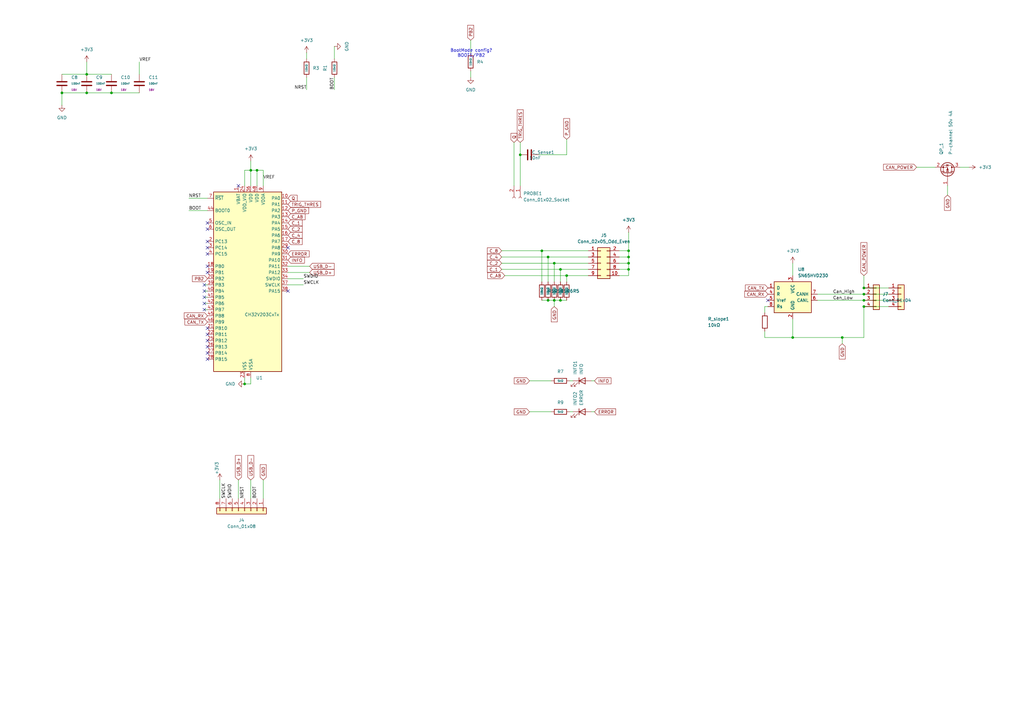
<source format=kicad_sch>
(kicad_sch
	(version 20250114)
	(generator "eeschema")
	(generator_version "9.0")
	(uuid "a6275404-53d1-4c49-9128-131a51db8de5")
	(paper "A3")
	
	(text "BootMode config?\nBOOT1/PB2"
		(exclude_from_sim no)
		(at 193.294 21.844 0)
		(effects
			(font
				(size 1.27 1.27)
			)
		)
		(uuid "88d969dd-8fc1-4466-b151-1ff78b2e2f20")
	)
	(junction
		(at 222.25 102.87)
		(diameter 0)
		(color 0 0 0 0)
		(uuid "037c6055-b127-4be0-b2e7-85b42c84b0ca")
	)
	(junction
		(at 354.33 123.19)
		(diameter 0)
		(color 0 0 0 0)
		(uuid "13ef87f4-a90b-4606-89c6-fae88e227c74")
	)
	(junction
		(at 257.81 110.49)
		(diameter 0)
		(color 0 0 0 0)
		(uuid "1993d62b-04fc-4128-8216-21381b6d7293")
	)
	(junction
		(at 354.33 118.11)
		(diameter 0)
		(color 0 0 0 0)
		(uuid "22e65c42-ec61-4eb3-a317-f0419e46ed84")
	)
	(junction
		(at 45.72 38.1)
		(diameter 0)
		(color 0 0 0 0)
		(uuid "26fbca07-12f9-49c4-8a88-1b9b5a7e535d")
	)
	(junction
		(at 345.44 138.43)
		(diameter 0)
		(color 0 0 0 0)
		(uuid "36f256f8-590d-4cff-abdb-ff85026ef795")
	)
	(junction
		(at 325.12 138.43)
		(diameter 0)
		(color 0 0 0 0)
		(uuid "4f4ffa33-f6e2-475c-82ad-031034c07e3e")
	)
	(junction
		(at 100.33 157.48)
		(diameter 0)
		(color 0 0 0 0)
		(uuid "50f29fff-a780-4e4e-81b1-5b27e328afad")
	)
	(junction
		(at 354.33 120.65)
		(diameter 0)
		(color 0 0 0 0)
		(uuid "53a2440e-1500-4b64-983b-1f249996f2c9")
	)
	(junction
		(at 227.33 107.95)
		(diameter 0)
		(color 0 0 0 0)
		(uuid "5af39b08-1fa1-4ef6-9e7e-707a573875dd")
	)
	(junction
		(at 35.56 30.48)
		(diameter 0)
		(color 0 0 0 0)
		(uuid "6263b53a-9c5d-4429-b8ff-878e2fa14740")
	)
	(junction
		(at 227.33 123.19)
		(diameter 0)
		(color 0 0 0 0)
		(uuid "633ab848-08b1-4bf7-bfb4-42cfde16215b")
	)
	(junction
		(at 25.4 38.1)
		(diameter 0)
		(color 0 0 0 0)
		(uuid "72538abb-e643-408a-a253-2ddfa0412693")
	)
	(junction
		(at 354.33 125.73)
		(diameter 0)
		(color 0 0 0 0)
		(uuid "7d26540b-eaad-47eb-883b-8a6c31246f9a")
	)
	(junction
		(at 229.87 110.49)
		(diameter 0)
		(color 0 0 0 0)
		(uuid "7d56c73c-5d1b-4966-b874-933e09d58ee0")
	)
	(junction
		(at 213.36 63.5)
		(diameter 0)
		(color 0 0 0 0)
		(uuid "903c97f5-2266-45be-88f2-e324546b575d")
	)
	(junction
		(at 35.56 38.1)
		(diameter 0)
		(color 0 0 0 0)
		(uuid "935298ae-b233-48b8-acbd-3f22f49423ca")
	)
	(junction
		(at 229.87 123.19)
		(diameter 0)
		(color 0 0 0 0)
		(uuid "9b1dc824-bea5-4153-b79e-2a44d6b0bc17")
	)
	(junction
		(at 224.79 105.41)
		(diameter 0)
		(color 0 0 0 0)
		(uuid "a94d1e1e-a959-4161-a817-d4f54f6c5880")
	)
	(junction
		(at 224.79 123.19)
		(diameter 0)
		(color 0 0 0 0)
		(uuid "aa1c6640-81a1-479f-836d-1cef498da141")
	)
	(junction
		(at 102.87 69.85)
		(diameter 0)
		(color 0 0 0 0)
		(uuid "c1d0d0f1-cf79-4919-913c-c45471582f32")
	)
	(junction
		(at 257.81 105.41)
		(diameter 0)
		(color 0 0 0 0)
		(uuid "c1fcccfb-4105-4698-b861-fb0d5749f875")
	)
	(junction
		(at 257.81 107.95)
		(diameter 0)
		(color 0 0 0 0)
		(uuid "d8a12f05-6a8a-462a-94fb-38373fd8771c")
	)
	(junction
		(at 105.41 69.85)
		(diameter 0)
		(color 0 0 0 0)
		(uuid "dea72ce7-9698-43e5-945a-51837ca6dbd7")
	)
	(junction
		(at 232.41 113.03)
		(diameter 0)
		(color 0 0 0 0)
		(uuid "e1109188-5cef-4836-8180-df77a9b46442")
	)
	(junction
		(at 257.81 102.87)
		(diameter 0)
		(color 0 0 0 0)
		(uuid "f547f851-74fb-4516-95c1-df6b9922bac7")
	)
	(no_connect
		(at 118.11 101.6)
		(uuid "0803a264-a444-4454-8d9e-2cbf3f2fcf04")
	)
	(no_connect
		(at 85.09 93.98)
		(uuid "097d6840-cbd5-4dd0-b08a-a1897101e777")
	)
	(no_connect
		(at 85.09 111.76)
		(uuid "0a5cab83-de42-45c6-981e-14afd3844a33")
	)
	(no_connect
		(at 85.09 91.44)
		(uuid "12dd68af-3890-4cb5-8114-986ca66cd72d")
	)
	(no_connect
		(at 83.82 116.84)
		(uuid "1530dcb3-8de5-4d26-88f3-e3175cfe78a7")
	)
	(no_connect
		(at 85.09 101.6)
		(uuid "36c0f6a2-5667-4e5b-9e48-73cff0c10d27")
	)
	(no_connect
		(at 85.09 144.78)
		(uuid "3f7912eb-a692-451e-8e1f-ec9546dfba6a")
	)
	(no_connect
		(at 85.09 137.16)
		(uuid "45b34fb8-0cf4-4ace-bb8c-c51beb271511")
	)
	(no_connect
		(at 83.82 121.92)
		(uuid "496b279c-b8c8-4760-8ebf-1241fc058ca5")
	)
	(no_connect
		(at 85.09 109.22)
		(uuid "4e5190a0-a3f8-41f8-9980-0435237296e9")
	)
	(no_connect
		(at 83.82 127)
		(uuid "58c993b8-1588-4891-a57a-dd1ba91cb06c")
	)
	(no_connect
		(at 85.09 104.14)
		(uuid "65fe80f4-c584-4995-82f7-2f4e44dff3c5")
	)
	(no_connect
		(at 83.82 124.46)
		(uuid "6671b656-55c3-4931-a448-af33383b0f3e")
	)
	(no_connect
		(at 85.09 142.24)
		(uuid "683faf2a-a9f7-4a23-a880-e83d334de64f")
	)
	(no_connect
		(at 314.96 123.19)
		(uuid "6b6d1145-e125-4d89-98ce-f5aa8f207ad5")
	)
	(no_connect
		(at 97.79 76.2)
		(uuid "88899239-7d70-495b-91e8-6ba7dabc6c85")
	)
	(no_connect
		(at 85.09 99.06)
		(uuid "8c283ddb-6c48-4ead-9099-ba8cfbbe445f")
	)
	(no_connect
		(at 83.82 119.38)
		(uuid "ab613e02-fa7f-4296-a591-7e6c1a4b36a5")
	)
	(no_connect
		(at 85.09 134.62)
		(uuid "bb3e9d03-f9c6-4410-b434-87f1c8a51c60")
	)
	(no_connect
		(at 85.09 139.7)
		(uuid "c7aadae7-d09e-4eff-a24a-8579856bfd0e")
	)
	(no_connect
		(at 85.09 147.32)
		(uuid "ef009ce3-8fab-4a18-803a-03db4a6bbc45")
	)
	(no_connect
		(at 118.11 119.38)
		(uuid "ef5caf86-52f3-41ca-9c24-4ea35e916042")
	)
	(wire
		(pts
			(xy 137.16 24.13) (xy 137.16 19.05)
		)
		(stroke
			(width 0)
			(type default)
		)
		(uuid "00a81096-7570-4011-8034-4ab965c19506")
	)
	(wire
		(pts
			(xy 213.36 63.5) (xy 213.36 76.2)
		)
		(stroke
			(width 0)
			(type default)
		)
		(uuid "03d3602e-60b9-4c00-86cf-59242b6f5a33")
	)
	(wire
		(pts
			(xy 354.33 125.73) (xy 364.49 125.73)
		)
		(stroke
			(width 0)
			(type default)
		)
		(uuid "04e7607e-14c1-4445-a4da-943fa2c52146")
	)
	(wire
		(pts
			(xy 325.12 138.43) (xy 345.44 138.43)
		)
		(stroke
			(width 0)
			(type default)
		)
		(uuid "0a4eddfb-7c78-4107-aa73-a145a9ab952d")
	)
	(wire
		(pts
			(xy 35.56 25.4) (xy 35.56 30.48)
		)
		(stroke
			(width 0)
			(type default)
		)
		(uuid "0bac4122-6e78-4bce-94ca-5f4bd7e1886f")
	)
	(wire
		(pts
			(xy 375.92 68.58) (xy 383.54 68.58)
		)
		(stroke
			(width 0)
			(type default)
		)
		(uuid "166887ba-f528-4710-a055-f8f61ba15768")
	)
	(wire
		(pts
			(xy 107.95 196.85) (xy 107.95 204.47)
		)
		(stroke
			(width 0)
			(type default)
		)
		(uuid "17eaec5d-d670-4138-8972-2c7ae4b78692")
	)
	(wire
		(pts
			(xy 220.98 63.5) (xy 232.41 63.5)
		)
		(stroke
			(width 0)
			(type default)
		)
		(uuid "1910b0db-364b-4316-9d2f-4a1acdcb704f")
	)
	(wire
		(pts
			(xy 229.87 123.19) (xy 232.41 123.19)
		)
		(stroke
			(width 0)
			(type default)
		)
		(uuid "1ab112eb-2432-4e9c-b47d-58692c27991e")
	)
	(wire
		(pts
			(xy 118.11 116.84) (xy 124.46 116.84)
		)
		(stroke
			(width 0)
			(type default)
		)
		(uuid "1e131efe-cadc-48a6-a5ea-2bff6dfc010d")
	)
	(wire
		(pts
			(xy 257.81 113.03) (xy 254 113.03)
		)
		(stroke
			(width 0)
			(type default)
		)
		(uuid "1e5ffc30-524a-4b21-aa05-09fba73a1a80")
	)
	(wire
		(pts
			(xy 257.81 102.87) (xy 257.81 105.41)
		)
		(stroke
			(width 0)
			(type default)
		)
		(uuid "1e887b88-81c3-42fb-b6d1-89dd81445394")
	)
	(wire
		(pts
			(xy 97.79 196.85) (xy 97.79 204.47)
		)
		(stroke
			(width 0)
			(type default)
		)
		(uuid "1f0ecd97-d04c-44c8-b8f6-aa59ce295a81")
	)
	(wire
		(pts
			(xy 313.69 135.89) (xy 313.69 138.43)
		)
		(stroke
			(width 0)
			(type default)
		)
		(uuid "234b9e7a-4812-4334-897d-f4ef5ec77611")
	)
	(wire
		(pts
			(xy 242.57 168.91) (xy 243.84 168.91)
		)
		(stroke
			(width 0)
			(type default)
		)
		(uuid "260686aa-06b4-4eee-a51a-6623a838a56d")
	)
	(wire
		(pts
			(xy 254 110.49) (xy 257.81 110.49)
		)
		(stroke
			(width 0)
			(type default)
		)
		(uuid "27c6dc82-58b5-4f70-9f15-20776c999c8c")
	)
	(wire
		(pts
			(xy 313.69 138.43) (xy 325.12 138.43)
		)
		(stroke
			(width 0)
			(type default)
		)
		(uuid "28ee5135-926c-47b8-a197-48fb8827e72d")
	)
	(wire
		(pts
			(xy 257.81 95.25) (xy 257.81 102.87)
		)
		(stroke
			(width 0)
			(type default)
		)
		(uuid "2c396b60-4188-4b80-aab2-2131e9d63c85")
	)
	(wire
		(pts
			(xy 325.12 107.95) (xy 325.12 113.03)
		)
		(stroke
			(width 0)
			(type default)
		)
		(uuid "314609ed-48db-4320-b434-82ff32f3eef2")
	)
	(wire
		(pts
			(xy 224.79 105.41) (xy 224.79 115.57)
		)
		(stroke
			(width 0)
			(type default)
		)
		(uuid "33785e80-2ad8-4509-b58d-45b3e487b001")
	)
	(wire
		(pts
			(xy 254 107.95) (xy 257.81 107.95)
		)
		(stroke
			(width 0)
			(type default)
		)
		(uuid "35b3b2c7-a462-498c-8e78-12f9680bacb8")
	)
	(wire
		(pts
			(xy 207.01 113.03) (xy 232.41 113.03)
		)
		(stroke
			(width 0)
			(type default)
		)
		(uuid "36b758e1-feb4-4e8b-b157-39c2698ec2c3")
	)
	(wire
		(pts
			(xy 354.33 125.73) (xy 354.33 138.43)
		)
		(stroke
			(width 0)
			(type default)
		)
		(uuid "37f97d54-6689-4778-990f-6b81509205fd")
	)
	(wire
		(pts
			(xy 100.33 76.2) (xy 100.33 69.85)
		)
		(stroke
			(width 0)
			(type default)
		)
		(uuid "39c1a2cb-c030-4924-b58a-f4043a021009")
	)
	(wire
		(pts
			(xy 213.36 58.42) (xy 213.36 63.5)
		)
		(stroke
			(width 0)
			(type default)
		)
		(uuid "3b7e734e-116b-4d30-8fd8-255478f1a27e")
	)
	(wire
		(pts
			(xy 102.87 69.85) (xy 105.41 69.85)
		)
		(stroke
			(width 0)
			(type default)
		)
		(uuid "3d8a8799-d129-4890-a71d-e173dd57bb7b")
	)
	(wire
		(pts
			(xy 224.79 123.19) (xy 227.33 123.19)
		)
		(stroke
			(width 0)
			(type default)
		)
		(uuid "3dac6585-83e5-4aad-9145-c2aa13e8852b")
	)
	(wire
		(pts
			(xy 83.82 119.38) (xy 85.09 119.38)
		)
		(stroke
			(width 0)
			(type default)
		)
		(uuid "3e67492c-6a41-477a-b060-6c86bbd7f0c4")
	)
	(wire
		(pts
			(xy 118.11 111.76) (xy 127 111.76)
		)
		(stroke
			(width 0)
			(type default)
		)
		(uuid "42785655-fd74-43fb-bfe2-cb65aa56eec3")
	)
	(wire
		(pts
			(xy 105.41 69.85) (xy 107.95 69.85)
		)
		(stroke
			(width 0)
			(type default)
		)
		(uuid "479620f1-198d-4f41-ab1c-ce56ea59573f")
	)
	(wire
		(pts
			(xy 25.4 38.1) (xy 35.56 38.1)
		)
		(stroke
			(width 0)
			(type default)
		)
		(uuid "4a5c5745-5616-42b7-8fb2-6dadf7bc1300")
	)
	(wire
		(pts
			(xy 102.87 66.04) (xy 102.87 69.85)
		)
		(stroke
			(width 0)
			(type default)
		)
		(uuid "4af76103-cf3f-4693-a1d2-17aba8a8032a")
	)
	(wire
		(pts
			(xy 257.81 110.49) (xy 257.81 113.03)
		)
		(stroke
			(width 0)
			(type default)
		)
		(uuid "4cb9af5f-f218-4dc0-a656-42db756c1a4a")
	)
	(wire
		(pts
			(xy 100.33 157.48) (xy 100.33 154.94)
		)
		(stroke
			(width 0)
			(type default)
		)
		(uuid "4f762ea2-b344-4de6-acd6-bc35bd7a9d4a")
	)
	(wire
		(pts
			(xy 232.41 113.03) (xy 232.41 115.57)
		)
		(stroke
			(width 0)
			(type default)
		)
		(uuid "51a8ae2c-9e03-4716-a836-a0292ee4eb88")
	)
	(wire
		(pts
			(xy 83.82 124.46) (xy 85.09 124.46)
		)
		(stroke
			(width 0)
			(type default)
		)
		(uuid "52e61852-18ca-47c4-a530-65130a699eb1")
	)
	(wire
		(pts
			(xy 335.28 123.19) (xy 354.33 123.19)
		)
		(stroke
			(width 0)
			(type default)
		)
		(uuid "57b597d3-0371-4259-b4bc-5f71acab4579")
	)
	(wire
		(pts
			(xy 354.33 118.11) (xy 354.33 113.03)
		)
		(stroke
			(width 0)
			(type default)
		)
		(uuid "57ddadb9-4070-478c-9a4d-21126b605cea")
	)
	(wire
		(pts
			(xy 232.41 113.03) (xy 241.3 113.03)
		)
		(stroke
			(width 0)
			(type default)
		)
		(uuid "57e64628-349d-4ac0-a40d-911a51296720")
	)
	(wire
		(pts
			(xy 210.82 58.42) (xy 210.82 76.2)
		)
		(stroke
			(width 0)
			(type default)
		)
		(uuid "589f9971-0bef-48d0-b2b9-09a628c09f4f")
	)
	(wire
		(pts
			(xy 77.47 86.36) (xy 85.09 86.36)
		)
		(stroke
			(width 0)
			(type default)
		)
		(uuid "58be6937-18ac-4e7e-8316-0d7aaf5891bd")
	)
	(wire
		(pts
			(xy 205.74 102.87) (xy 222.25 102.87)
		)
		(stroke
			(width 0)
			(type default)
		)
		(uuid "5bb04207-c060-40dd-83a7-d798ff23f794")
	)
	(wire
		(pts
			(xy 193.04 16.51) (xy 193.04 21.59)
		)
		(stroke
			(width 0)
			(type default)
		)
		(uuid "5d5c5a32-0599-44eb-937d-06847a91b545")
	)
	(wire
		(pts
			(xy 257.81 107.95) (xy 257.81 110.49)
		)
		(stroke
			(width 0)
			(type default)
		)
		(uuid "5dcc72dc-1a81-4344-ba3d-6ed1ca4c0d25")
	)
	(wire
		(pts
			(xy 242.57 156.21) (xy 243.84 156.21)
		)
		(stroke
			(width 0)
			(type default)
		)
		(uuid "5df645a9-81a1-49f4-a7bb-2b7381b52af1")
	)
	(wire
		(pts
			(xy 388.62 76.2) (xy 388.62 80.01)
		)
		(stroke
			(width 0)
			(type default)
		)
		(uuid "5e083f67-ea6a-47ef-be00-64fc7d8eb66e")
	)
	(wire
		(pts
			(xy 217.17 156.21) (xy 226.06 156.21)
		)
		(stroke
			(width 0)
			(type default)
		)
		(uuid "5f8244c0-0dec-48c3-b1fb-2c05041ddfe0")
	)
	(wire
		(pts
			(xy 102.87 196.85) (xy 102.87 204.47)
		)
		(stroke
			(width 0)
			(type default)
		)
		(uuid "60a2d30f-5dc3-4a7f-b71b-ffbfdcad607a")
	)
	(wire
		(pts
			(xy 217.17 168.91) (xy 226.06 168.91)
		)
		(stroke
			(width 0)
			(type default)
		)
		(uuid "612344cf-8ecc-412f-9f5e-9869edbd1e0b")
	)
	(wire
		(pts
			(xy 224.79 105.41) (xy 241.3 105.41)
		)
		(stroke
			(width 0)
			(type default)
		)
		(uuid "639c15dc-b8c3-4736-b76d-5ed6e791ec9d")
	)
	(wire
		(pts
			(xy 257.81 105.41) (xy 257.81 107.95)
		)
		(stroke
			(width 0)
			(type default)
		)
		(uuid "642a94d7-aa9f-4374-99a4-2c0086f0ab97")
	)
	(wire
		(pts
			(xy 232.41 57.15) (xy 232.41 63.5)
		)
		(stroke
			(width 0)
			(type default)
		)
		(uuid "689a0d5c-f7a6-4ea3-962a-6c39275109c4")
	)
	(wire
		(pts
			(xy 354.33 118.11) (xy 364.49 118.11)
		)
		(stroke
			(width 0)
			(type default)
		)
		(uuid "6a2ab654-c0de-4720-92fe-a91a9aa27fa3")
	)
	(wire
		(pts
			(xy 105.41 69.85) (xy 105.41 76.2)
		)
		(stroke
			(width 0)
			(type default)
		)
		(uuid "76146ff8-e243-4bd4-8cbc-8713eabdaa30")
	)
	(wire
		(pts
			(xy 102.87 154.94) (xy 102.87 157.48)
		)
		(stroke
			(width 0)
			(type default)
		)
		(uuid "79cfa788-0e97-4a1c-aed9-2caa7bef9d7c")
	)
	(wire
		(pts
			(xy 393.7 68.58) (xy 397.51 68.58)
		)
		(stroke
			(width 0)
			(type default)
		)
		(uuid "7e3dcc3c-43e3-4582-b076-af7b324e7c66")
	)
	(wire
		(pts
			(xy 193.04 29.21) (xy 193.04 31.75)
		)
		(stroke
			(width 0)
			(type default)
		)
		(uuid "7f8718d5-fc9a-4d81-934b-d27d526695b5")
	)
	(wire
		(pts
			(xy 345.44 138.43) (xy 345.44 140.97)
		)
		(stroke
			(width 0)
			(type default)
		)
		(uuid "7fba6945-01ac-42f7-8666-46d49627e353")
	)
	(wire
		(pts
			(xy 205.74 107.95) (xy 227.33 107.95)
		)
		(stroke
			(width 0)
			(type default)
		)
		(uuid "8041e453-563a-4fcd-82c4-87c8590e6291")
	)
	(wire
		(pts
			(xy 25.4 30.48) (xy 35.56 30.48)
		)
		(stroke
			(width 0)
			(type default)
		)
		(uuid "82581c94-6943-4b18-a69d-3d95d34d1116")
	)
	(wire
		(pts
			(xy 83.82 116.84) (xy 85.09 116.84)
		)
		(stroke
			(width 0)
			(type default)
		)
		(uuid "83c2fa21-3151-48fd-b737-d0fd14288843")
	)
	(wire
		(pts
			(xy 233.68 156.21) (xy 234.95 156.21)
		)
		(stroke
			(width 0)
			(type default)
		)
		(uuid "83de673b-cf79-437a-a570-a6050614c31a")
	)
	(wire
		(pts
			(xy 325.12 130.81) (xy 325.12 138.43)
		)
		(stroke
			(width 0)
			(type default)
		)
		(uuid "8667a59f-bf6d-4b60-9a95-e5a224d3b1db")
	)
	(wire
		(pts
			(xy 125.73 31.75) (xy 125.73 36.83)
		)
		(stroke
			(width 0)
			(type default)
		)
		(uuid "8ec99dc9-6dc3-42f1-922a-f2330f648202")
	)
	(wire
		(pts
			(xy 229.87 110.49) (xy 241.3 110.49)
		)
		(stroke
			(width 0)
			(type default)
		)
		(uuid "90a4df74-319e-4101-bcd2-22b6f70cca56")
	)
	(wire
		(pts
			(xy 83.82 127) (xy 85.09 127)
		)
		(stroke
			(width 0)
			(type default)
		)
		(uuid "92ac6b23-4604-4bcd-b64d-a67464add326")
	)
	(wire
		(pts
			(xy 222.25 102.87) (xy 241.3 102.87)
		)
		(stroke
			(width 0)
			(type default)
		)
		(uuid "946e5ab8-213d-4ed5-9894-2149d47f66bd")
	)
	(wire
		(pts
			(xy 137.16 36.83) (xy 137.16 31.75)
		)
		(stroke
			(width 0)
			(type default)
		)
		(uuid "96399be1-a3df-434b-8818-7dcbd945b94e")
	)
	(wire
		(pts
			(xy 83.82 121.92) (xy 85.09 121.92)
		)
		(stroke
			(width 0)
			(type default)
		)
		(uuid "9657a067-8634-4c09-8cbb-60b7b4d9b7f1")
	)
	(wire
		(pts
			(xy 345.44 138.43) (xy 354.33 138.43)
		)
		(stroke
			(width 0)
			(type default)
		)
		(uuid "972563aa-985c-4957-896a-a35e76671630")
	)
	(wire
		(pts
			(xy 354.33 123.19) (xy 364.49 123.19)
		)
		(stroke
			(width 0)
			(type default)
		)
		(uuid "9db7e7a5-dcd9-488a-abb0-3b3a0c75792c")
	)
	(wire
		(pts
			(xy 57.15 25.4) (xy 57.15 30.48)
		)
		(stroke
			(width 0)
			(type default)
		)
		(uuid "a290513f-d884-4b29-bf4b-ad0cc7747790")
	)
	(wire
		(pts
			(xy 227.33 123.19) (xy 227.33 125.73)
		)
		(stroke
			(width 0)
			(type default)
		)
		(uuid "a2b4e584-b311-4589-a95d-39b46c6f0bc8")
	)
	(wire
		(pts
			(xy 227.33 123.19) (xy 229.87 123.19)
		)
		(stroke
			(width 0)
			(type default)
		)
		(uuid "a32b5124-2f09-4da7-bb5e-cadda3b3a2cf")
	)
	(wire
		(pts
			(xy 102.87 76.2) (xy 102.87 69.85)
		)
		(stroke
			(width 0)
			(type default)
		)
		(uuid "a3d7cbcd-31e0-4b50-9510-a1562016497e")
	)
	(wire
		(pts
			(xy 100.33 69.85) (xy 102.87 69.85)
		)
		(stroke
			(width 0)
			(type default)
		)
		(uuid "a980139e-03fe-4fa9-84ed-c906f1fb0b5b")
	)
	(wire
		(pts
			(xy 227.33 107.95) (xy 241.3 107.95)
		)
		(stroke
			(width 0)
			(type default)
		)
		(uuid "ab398d7a-aa5a-4d22-887c-324ea34067c4")
	)
	(wire
		(pts
			(xy 35.56 38.1) (xy 45.72 38.1)
		)
		(stroke
			(width 0)
			(type default)
		)
		(uuid "ad1b1f7f-390d-4a51-93fb-bfdf4256aacd")
	)
	(wire
		(pts
			(xy 227.33 107.95) (xy 227.33 115.57)
		)
		(stroke
			(width 0)
			(type default)
		)
		(uuid "adb7be71-660d-46bf-bc4b-1b3cb855f8e0")
	)
	(wire
		(pts
			(xy 222.25 123.19) (xy 224.79 123.19)
		)
		(stroke
			(width 0)
			(type default)
		)
		(uuid "b4b0bdc3-cbaa-469b-8843-dfdbf9b5eae8")
	)
	(wire
		(pts
			(xy 205.74 110.49) (xy 229.87 110.49)
		)
		(stroke
			(width 0)
			(type default)
		)
		(uuid "b990eee3-6048-472c-9317-11d003501717")
	)
	(wire
		(pts
			(xy 254 102.87) (xy 257.81 102.87)
		)
		(stroke
			(width 0)
			(type default)
		)
		(uuid "bb86ecb2-5e23-4c77-8668-45fd582c8f65")
	)
	(wire
		(pts
			(xy 354.33 120.65) (xy 364.49 120.65)
		)
		(stroke
			(width 0)
			(type default)
		)
		(uuid "bd4c6cd5-a535-44b2-85de-15f05167ba9e")
	)
	(wire
		(pts
			(xy 314.96 125.73) (xy 313.69 125.73)
		)
		(stroke
			(width 0)
			(type default)
		)
		(uuid "bfee4961-94a1-482b-af82-8dd227eae533")
	)
	(wire
		(pts
			(xy 222.25 115.57) (xy 222.25 102.87)
		)
		(stroke
			(width 0)
			(type default)
		)
		(uuid "c0722e0d-be8f-497a-81ef-e51b53fec7c7")
	)
	(wire
		(pts
			(xy 125.73 21.59) (xy 125.73 24.13)
		)
		(stroke
			(width 0)
			(type default)
		)
		(uuid "c1e861ac-4b6f-4402-a9a3-de74994a2ff5")
	)
	(wire
		(pts
			(xy 107.95 69.85) (xy 107.95 76.2)
		)
		(stroke
			(width 0)
			(type default)
		)
		(uuid "c464aa57-3d53-46a1-aef6-ef5fa6bd0554")
	)
	(wire
		(pts
			(xy 229.87 110.49) (xy 229.87 115.57)
		)
		(stroke
			(width 0)
			(type default)
		)
		(uuid "c6a7f78d-37c1-4204-a62d-2979d614c842")
	)
	(wire
		(pts
			(xy 25.4 38.1) (xy 25.4 43.18)
		)
		(stroke
			(width 0)
			(type default)
		)
		(uuid "c7a00e68-65cf-4cc8-ab80-d05e04bf5dff")
	)
	(wire
		(pts
			(xy 335.28 120.65) (xy 354.33 120.65)
		)
		(stroke
			(width 0)
			(type default)
		)
		(uuid "c82c898e-4d51-4777-9fd2-2f0bd1aaf21a")
	)
	(wire
		(pts
			(xy 45.72 38.1) (xy 57.15 38.1)
		)
		(stroke
			(width 0)
			(type default)
		)
		(uuid "d1989217-8b8a-4267-8ccf-1b542c4aa302")
	)
	(wire
		(pts
			(xy 233.68 168.91) (xy 234.95 168.91)
		)
		(stroke
			(width 0)
			(type default)
		)
		(uuid "d1ec4ae4-7568-4b4e-a0dc-0a7eb7768b99")
	)
	(wire
		(pts
			(xy 90.17 196.85) (xy 90.17 204.47)
		)
		(stroke
			(width 0)
			(type default)
		)
		(uuid "dd3435ff-ddae-42f5-902b-73631fa558ff")
	)
	(wire
		(pts
			(xy 35.56 30.48) (xy 45.72 30.48)
		)
		(stroke
			(width 0)
			(type default)
		)
		(uuid "e21ee5cc-8191-4cd7-994b-fc14e7473516")
	)
	(wire
		(pts
			(xy 254 105.41) (xy 257.81 105.41)
		)
		(stroke
			(width 0)
			(type default)
		)
		(uuid "e7c50d97-df58-43f8-a264-80b1f4f86e80")
	)
	(wire
		(pts
			(xy 205.74 105.41) (xy 224.79 105.41)
		)
		(stroke
			(width 0)
			(type default)
		)
		(uuid "e85800ea-5de1-4601-b290-14d8a5aec4f8")
	)
	(wire
		(pts
			(xy 102.87 157.48) (xy 100.33 157.48)
		)
		(stroke
			(width 0)
			(type default)
		)
		(uuid "f3a3ed6e-7e5c-47ad-9e9c-9e5698b96cc2")
	)
	(wire
		(pts
			(xy 77.47 81.28) (xy 85.09 81.28)
		)
		(stroke
			(width 0)
			(type default)
		)
		(uuid "f3c76f54-9305-48e3-827a-eb2551735c1b")
	)
	(wire
		(pts
			(xy 118.11 114.3) (xy 124.46 114.3)
		)
		(stroke
			(width 0)
			(type default)
		)
		(uuid "f766b02c-a78f-4234-be15-79771cd90471")
	)
	(wire
		(pts
			(xy 313.69 125.73) (xy 313.69 128.27)
		)
		(stroke
			(width 0)
			(type default)
		)
		(uuid "f7d6eac1-2baa-4b44-bc96-4fbc2d923a56")
	)
	(wire
		(pts
			(xy 118.11 109.22) (xy 127 109.22)
		)
		(stroke
			(width 0)
			(type default)
		)
		(uuid "f84497e4-01f6-4969-b3e7-d11ca044d11f")
	)
	(label "BOOT"
		(at 137.16 36.83 90)
		(effects
			(font
				(size 1.27 1.27)
			)
			(justify left bottom)
		)
		(uuid "01f50433-448f-4194-9a85-762ae260b247")
	)
	(label "NRST"
		(at 77.47 81.28 0)
		(effects
			(font
				(size 1.27 1.27)
			)
			(justify left bottom)
		)
		(uuid "1cd47147-78c6-4a63-b044-ec499ab0cf1a")
	)
	(label "VREF"
		(at 107.95 73.66 0)
		(effects
			(font
				(size 1.27 1.27)
			)
			(justify left bottom)
		)
		(uuid "2003a0c1-ee45-4e50-88f8-ff467134fb2b")
	)
	(label "NRST"
		(at 100.33 204.47 90)
		(effects
			(font
				(size 1.27 1.27)
			)
			(justify left bottom)
		)
		(uuid "2da52c71-2096-4f17-a506-fee0c871d67c")
	)
	(label "Can_Low"
		(at 341.63 123.19 0)
		(effects
			(font
				(size 1.27 1.27)
			)
			(justify left bottom)
		)
		(uuid "497db742-f725-46d5-b6e1-a2994f914768")
	)
	(label "SWCLK"
		(at 92.71 204.47 90)
		(effects
			(font
				(size 1.27 1.27)
			)
			(justify left bottom)
		)
		(uuid "50d8da3b-b510-4ca3-8747-cdf3402a29a2")
	)
	(label "SWCLK"
		(at 124.46 116.84 0)
		(effects
			(font
				(size 1.27 1.27)
			)
			(justify left bottom)
		)
		(uuid "5b70b492-8e72-4092-a87f-58da3d162ab1")
	)
	(label "BOOT"
		(at 77.47 86.36 0)
		(effects
			(font
				(size 1.27 1.27)
			)
			(justify left bottom)
		)
		(uuid "694b599a-f6cd-479c-a4c9-33c7a0fa0ad7")
	)
	(label "SWDIO"
		(at 124.46 114.3 0)
		(effects
			(font
				(size 1.27 1.27)
			)
			(justify left bottom)
		)
		(uuid "86aed064-e468-4962-b4ef-463a2c885b64")
	)
	(label "SWDIO"
		(at 95.25 204.47 90)
		(effects
			(font
				(size 1.27 1.27)
			)
			(justify left bottom)
		)
		(uuid "8f0c2727-22ae-4465-8426-bbdfad91b607")
	)
	(label "BOOT"
		(at 105.41 204.47 90)
		(effects
			(font
				(size 1.27 1.27)
			)
			(justify left bottom)
		)
		(uuid "a32db02f-eb48-42e4-8e4a-d5b5c535ca73")
	)
	(label "VREF"
		(at 57.15 25.4 0)
		(effects
			(font
				(size 1.27 1.27)
			)
			(justify left bottom)
		)
		(uuid "a6c100c5-e4d3-4cc2-b402-79c3fbbc455e")
	)
	(label "NRST"
		(at 125.73 36.83 180)
		(effects
			(font
				(size 1.27 1.27)
			)
			(justify right bottom)
		)
		(uuid "c5d777ea-a2c8-4b5f-a8e5-82c97408dbcb")
	)
	(label "Can_High"
		(at 341.63 120.65 0)
		(effects
			(font
				(size 1.27 1.27)
			)
			(justify left bottom)
		)
		(uuid "d934deb7-d57b-4631-91bf-33967497bb06")
	)
	(global_label "GND"
		(shape input)
		(at 217.17 156.21 180)
		(fields_autoplaced yes)
		(effects
			(font
				(size 1.27 1.27)
			)
			(justify right)
		)
		(uuid "00a75fbf-20ab-492c-ac07-50c2deb08fc6")
		(property "Intersheetrefs" "${INTERSHEET_REFS}"
			(at 210.3143 156.21 0)
			(effects
				(font
					(size 1.27 1.27)
				)
				(justify right)
				(hide yes)
			)
		)
	)
	(global_label "Q"
		(shape input)
		(at 118.11 81.28 0)
		(fields_autoplaced yes)
		(effects
			(font
				(size 1.27 1.27)
			)
			(justify left)
		)
		(uuid "0312ea8d-7919-45ca-8251-cfa83c5c37f5")
		(property "Intersheetrefs" "${INTERSHEET_REFS}"
			(at 122.4257 81.28 0)
			(effects
				(font
					(size 1.27 1.27)
				)
				(justify left)
				(hide yes)
			)
		)
	)
	(global_label "USB_D-"
		(shape input)
		(at 127 109.22 0)
		(fields_autoplaced yes)
		(effects
			(font
				(size 1.27 1.27)
			)
			(justify left)
		)
		(uuid "05bcc619-5ea9-4bc3-8900-26c8e5478d36")
		(property "Intersheetrefs" "${INTERSHEET_REFS}"
			(at 137.6052 109.22 0)
			(effects
				(font
					(size 1.27 1.27)
				)
				(justify left)
				(hide yes)
			)
		)
	)
	(global_label "P_GND"
		(shape input)
		(at 232.41 57.15 90)
		(fields_autoplaced yes)
		(effects
			(font
				(size 1.27 1.27)
			)
			(justify left)
		)
		(uuid "07f35dad-f3a9-4b2a-b974-d8b592649faf")
		(property "Intersheetrefs" "${INTERSHEET_REFS}"
			(at 232.41 48.0567 90)
			(effects
				(font
					(size 1.27 1.27)
				)
				(justify left)
				(hide yes)
			)
		)
	)
	(global_label "INFO"
		(shape input)
		(at 118.11 106.68 0)
		(fields_autoplaced yes)
		(effects
			(font
				(size 1.27 1.27)
			)
			(justify left)
		)
		(uuid "0a2b69e9-c8f0-42ec-92c4-27a502b7b5d4")
		(property "Intersheetrefs" "${INTERSHEET_REFS}"
			(at 125.4496 106.68 0)
			(effects
				(font
					(size 1.27 1.27)
				)
				(justify left)
				(hide yes)
			)
		)
	)
	(global_label "C_AB"
		(shape input)
		(at 118.11 88.9 0)
		(fields_autoplaced yes)
		(effects
			(font
				(size 1.27 1.27)
			)
			(justify left)
		)
		(uuid "0f2b2540-691f-4d35-96be-fd6fae04e149")
		(property "Intersheetrefs" "${INTERSHEET_REFS}"
			(at 125.6914 88.9 0)
			(effects
				(font
					(size 1.27 1.27)
				)
				(justify left)
				(hide yes)
			)
		)
	)
	(global_label "C_2"
		(shape input)
		(at 205.74 107.95 180)
		(fields_autoplaced yes)
		(effects
			(font
				(size 1.27 1.27)
			)
			(justify right)
		)
		(uuid "2e75d460-b8b7-4fde-b158-269294a0a520")
		(property "Intersheetrefs" "${INTERSHEET_REFS}"
			(at 199.3077 107.95 0)
			(effects
				(font
					(size 1.27 1.27)
				)
				(justify right)
				(hide yes)
			)
		)
	)
	(global_label "PB2"
		(shape input)
		(at 193.04 16.51 90)
		(fields_autoplaced yes)
		(effects
			(font
				(size 1.27 1.27)
			)
			(justify left)
		)
		(uuid "3146ec45-2090-4d2e-933b-cf2b5e48ad17")
		(property "Intersheetrefs" "${INTERSHEET_REFS}"
			(at 193.04 9.7753 90)
			(effects
				(font
					(size 1.27 1.27)
				)
				(justify left)
				(hide yes)
			)
		)
	)
	(global_label "CAN_RX"
		(shape input)
		(at 314.96 120.65 180)
		(fields_autoplaced yes)
		(effects
			(font
				(size 1.27 1.27)
			)
			(justify right)
		)
		(uuid "32e318e0-39a3-4fd0-a6e2-a9d28de1990d")
		(property "Intersheetrefs" "${INTERSHEET_REFS}"
			(at 305.4928 120.65 0)
			(effects
				(font
					(size 1.27 1.27)
				)
				(justify right)
				(hide yes)
			)
		)
	)
	(global_label "C_AB"
		(shape input)
		(at 207.01 113.03 180)
		(fields_autoplaced yes)
		(effects
			(font
				(size 1.27 1.27)
			)
			(justify right)
		)
		(uuid "355078bf-52e1-4102-836d-95ccc12b6dd5")
		(property "Intersheetrefs" "${INTERSHEET_REFS}"
			(at 199.4286 113.03 0)
			(effects
				(font
					(size 1.27 1.27)
				)
				(justify right)
				(hide yes)
			)
		)
	)
	(global_label "CAN_TX"
		(shape input)
		(at 314.96 118.11 180)
		(fields_autoplaced yes)
		(effects
			(font
				(size 1.27 1.27)
			)
			(justify right)
		)
		(uuid "3800c09b-2bb4-454a-a557-e3efbfd7a373")
		(property "Intersheetrefs" "${INTERSHEET_REFS}"
			(at 305.7952 118.11 0)
			(effects
				(font
					(size 1.27 1.27)
				)
				(justify right)
				(hide yes)
			)
		)
	)
	(global_label "GND"
		(shape input)
		(at 227.33 125.73 270)
		(fields_autoplaced yes)
		(effects
			(font
				(size 1.27 1.27)
			)
			(justify right)
		)
		(uuid "4c1fcfe8-0c9b-4be7-b2d7-8f2b2a2ec28b")
		(property "Intersheetrefs" "${INTERSHEET_REFS}"
			(at 227.33 132.5857 90)
			(effects
				(font
					(size 1.27 1.27)
				)
				(justify right)
				(hide yes)
			)
		)
	)
	(global_label "C_2"
		(shape input)
		(at 118.11 93.98 0)
		(fields_autoplaced yes)
		(effects
			(font
				(size 1.27 1.27)
			)
			(justify left)
		)
		(uuid "51e42c78-b76e-4526-8aa3-77b1b7cc6d1b")
		(property "Intersheetrefs" "${INTERSHEET_REFS}"
			(at 124.5423 93.98 0)
			(effects
				(font
					(size 1.27 1.27)
				)
				(justify left)
				(hide yes)
			)
		)
	)
	(global_label "USB_D-"
		(shape input)
		(at 102.87 196.85 90)
		(fields_autoplaced yes)
		(effects
			(font
				(size 1.27 1.27)
			)
			(justify left)
		)
		(uuid "53642469-c7ad-4bb1-8c3f-994b520f982b")
		(property "Intersheetrefs" "${INTERSHEET_REFS}"
			(at 102.87 186.2448 90)
			(effects
				(font
					(size 1.27 1.27)
				)
				(justify left)
				(hide yes)
			)
		)
	)
	(global_label "C_8"
		(shape input)
		(at 118.11 99.06 0)
		(fields_autoplaced yes)
		(effects
			(font
				(size 1.27 1.27)
			)
			(justify left)
		)
		(uuid "54b5114c-d801-46c0-8a8c-87462e380615")
		(property "Intersheetrefs" "${INTERSHEET_REFS}"
			(at 124.5423 99.06 0)
			(effects
				(font
					(size 1.27 1.27)
				)
				(justify left)
				(hide yes)
			)
		)
	)
	(global_label "GND"
		(shape input)
		(at 217.17 168.91 180)
		(fields_autoplaced yes)
		(effects
			(font
				(size 1.27 1.27)
			)
			(justify right)
		)
		(uuid "57943eb3-c169-46e3-b4a8-7d7c98a974c1")
		(property "Intersheetrefs" "${INTERSHEET_REFS}"
			(at 210.3143 168.91 0)
			(effects
				(font
					(size 1.27 1.27)
				)
				(justify right)
				(hide yes)
			)
		)
	)
	(global_label "TRIG_THRES"
		(shape input)
		(at 118.11 83.82 0)
		(fields_autoplaced yes)
		(effects
			(font
				(size 1.27 1.27)
			)
			(justify left)
		)
		(uuid "695f7f5f-3ce4-446a-9cf6-5f76b143859c")
		(property "Intersheetrefs" "${INTERSHEET_REFS}"
			(at 132.1018 83.82 0)
			(effects
				(font
					(size 1.27 1.27)
				)
				(justify left)
				(hide yes)
			)
		)
	)
	(global_label "C_1"
		(shape input)
		(at 205.74 110.49 180)
		(fields_autoplaced yes)
		(effects
			(font
				(size 1.27 1.27)
			)
			(justify right)
		)
		(uuid "72573df5-8275-4e52-9552-280ef37c7e07")
		(property "Intersheetrefs" "${INTERSHEET_REFS}"
			(at 199.3077 110.49 0)
			(effects
				(font
					(size 1.27 1.27)
				)
				(justify right)
				(hide yes)
			)
		)
	)
	(global_label "GND"
		(shape input)
		(at 107.95 196.85 90)
		(fields_autoplaced yes)
		(effects
			(font
				(size 1.27 1.27)
			)
			(justify left)
		)
		(uuid "750e2440-d44e-429b-89cd-824f3e6707a3")
		(property "Intersheetrefs" "${INTERSHEET_REFS}"
			(at 107.95 189.9943 90)
			(effects
				(font
					(size 1.27 1.27)
				)
				(justify left)
				(hide yes)
			)
		)
	)
	(global_label "P_GND"
		(shape input)
		(at 118.11 86.36 0)
		(fields_autoplaced yes)
		(effects
			(font
				(size 1.27 1.27)
			)
			(justify left)
		)
		(uuid "75ccc8e7-4cc0-4c36-b010-f2e03213e378")
		(property "Intersheetrefs" "${INTERSHEET_REFS}"
			(at 127.2033 86.36 0)
			(effects
				(font
					(size 1.27 1.27)
				)
				(justify left)
				(hide yes)
			)
		)
	)
	(global_label "USB_D+"
		(shape input)
		(at 97.79 196.85 90)
		(fields_autoplaced yes)
		(effects
			(font
				(size 1.27 1.27)
			)
			(justify left)
		)
		(uuid "76627578-7e89-4205-8ba7-d3c770b938fd")
		(property "Intersheetrefs" "${INTERSHEET_REFS}"
			(at 97.79 186.2448 90)
			(effects
				(font
					(size 1.27 1.27)
				)
				(justify left)
				(hide yes)
			)
		)
	)
	(global_label "CAN_POWER"
		(shape input)
		(at 354.33 113.03 90)
		(fields_autoplaced yes)
		(effects
			(font
				(size 1.27 1.27)
			)
			(justify left)
		)
		(uuid "7900a353-342c-4f30-9a77-ed2ad6e2732b")
		(property "Intersheetrefs" "${INTERSHEET_REFS}"
			(at 354.33 98.9172 90)
			(effects
				(font
					(size 1.27 1.27)
				)
				(justify left)
				(hide yes)
			)
		)
	)
	(global_label "C_1"
		(shape input)
		(at 118.11 91.44 0)
		(fields_autoplaced yes)
		(effects
			(font
				(size 1.27 1.27)
			)
			(justify left)
		)
		(uuid "7ddab377-5946-4fe2-8dad-a0bc1946c1d3")
		(property "Intersheetrefs" "${INTERSHEET_REFS}"
			(at 124.5423 91.44 0)
			(effects
				(font
					(size 1.27 1.27)
				)
				(justify left)
				(hide yes)
			)
		)
	)
	(global_label "CAN_TX"
		(shape input)
		(at 85.09 132.08 180)
		(fields_autoplaced yes)
		(effects
			(font
				(size 1.27 1.27)
			)
			(justify right)
		)
		(uuid "92c74028-4b44-4111-93f8-a0e653bead8f")
		(property "Intersheetrefs" "${INTERSHEET_REFS}"
			(at 75.271 132.08 0)
			(effects
				(font
					(size 1.27 1.27)
				)
				(justify right)
				(hide yes)
			)
		)
	)
	(global_label "CAN_POWER"
		(shape input)
		(at 375.92 68.58 180)
		(fields_autoplaced yes)
		(effects
			(font
				(size 1.27 1.27)
			)
			(justify right)
		)
		(uuid "b0040b11-22c1-410a-a00f-f1d5c1aa6f6a")
		(property "Intersheetrefs" "${INTERSHEET_REFS}"
			(at 361.8072 68.58 0)
			(effects
				(font
					(size 1.27 1.27)
				)
				(justify right)
				(hide yes)
			)
		)
	)
	(global_label "TRIG_THRES"
		(shape input)
		(at 213.36 58.42 90)
		(fields_autoplaced yes)
		(effects
			(font
				(size 1.27 1.27)
			)
			(justify left)
		)
		(uuid "b6782b80-a600-4b47-bcb0-d1e85c89c554")
		(property "Intersheetrefs" "${INTERSHEET_REFS}"
			(at 213.36 44.4282 90)
			(effects
				(font
					(size 1.27 1.27)
				)
				(justify left)
				(hide yes)
			)
		)
	)
	(global_label "CAN_RX"
		(shape input)
		(at 85.09 129.54 180)
		(fields_autoplaced yes)
		(effects
			(font
				(size 1.27 1.27)
			)
			(justify right)
		)
		(uuid "bbd71508-36c3-4743-a51c-944abe42cd54")
		(property "Intersheetrefs" "${INTERSHEET_REFS}"
			(at 74.9686 129.54 0)
			(effects
				(font
					(size 1.27 1.27)
				)
				(justify right)
				(hide yes)
			)
		)
	)
	(global_label "Q"
		(shape input)
		(at 210.82 58.42 90)
		(fields_autoplaced yes)
		(effects
			(font
				(size 1.27 1.27)
			)
			(justify left)
		)
		(uuid "be5e6134-e14b-4d03-ac29-361a579e88a4")
		(property "Intersheetrefs" "${INTERSHEET_REFS}"
			(at 210.82 54.1043 90)
			(effects
				(font
					(size 1.27 1.27)
				)
				(justify left)
				(hide yes)
			)
		)
	)
	(global_label "GND"
		(shape input)
		(at 388.62 80.01 270)
		(fields_autoplaced yes)
		(effects
			(font
				(size 1.27 1.27)
			)
			(justify right)
		)
		(uuid "cde251a3-ecf3-451e-af9a-feb61ba6bf7b")
		(property "Intersheetrefs" "${INTERSHEET_REFS}"
			(at 388.62 86.8657 90)
			(effects
				(font
					(size 1.27 1.27)
				)
				(justify right)
				(hide yes)
			)
		)
	)
	(global_label "USB_D+"
		(shape input)
		(at 127 111.76 0)
		(fields_autoplaced yes)
		(effects
			(font
				(size 1.27 1.27)
			)
			(justify left)
		)
		(uuid "ce9fcd64-3081-4bdd-a0d4-64e246f1afa4")
		(property "Intersheetrefs" "${INTERSHEET_REFS}"
			(at 137.6052 111.76 0)
			(effects
				(font
					(size 1.27 1.27)
				)
				(justify left)
				(hide yes)
			)
		)
	)
	(global_label "C_8"
		(shape input)
		(at 205.74 102.87 180)
		(fields_autoplaced yes)
		(effects
			(font
				(size 1.27 1.27)
			)
			(justify right)
		)
		(uuid "d616c7c0-4730-4ed4-911c-c44518cd7dbd")
		(property "Intersheetrefs" "${INTERSHEET_REFS}"
			(at 199.3077 102.87 0)
			(effects
				(font
					(size 1.27 1.27)
				)
				(justify right)
				(hide yes)
			)
		)
	)
	(global_label "ERROR"
		(shape input)
		(at 118.11 104.14 0)
		(fields_autoplaced yes)
		(effects
			(font
				(size 1.27 1.27)
			)
			(justify left)
		)
		(uuid "de0efe60-fe66-488e-ac68-47be6619912f")
		(property "Intersheetrefs" "${INTERSHEET_REFS}"
			(at 127.3847 104.14 0)
			(effects
				(font
					(size 1.27 1.27)
				)
				(justify left)
				(hide yes)
			)
		)
	)
	(global_label "INFO"
		(shape input)
		(at 243.84 156.21 0)
		(fields_autoplaced yes)
		(effects
			(font
				(size 1.27 1.27)
			)
			(justify left)
		)
		(uuid "e7b2c6bd-8005-4a04-a370-50da50cbd0e4")
		(property "Intersheetrefs" "${INTERSHEET_REFS}"
			(at 251.1796 156.21 0)
			(effects
				(font
					(size 1.27 1.27)
				)
				(justify left)
				(hide yes)
			)
		)
	)
	(global_label "C_4"
		(shape input)
		(at 118.11 96.52 0)
		(fields_autoplaced yes)
		(effects
			(font
				(size 1.27 1.27)
			)
			(justify left)
		)
		(uuid "e99f32b6-317b-45dc-a70d-ebc8f32abbef")
		(property "Intersheetrefs" "${INTERSHEET_REFS}"
			(at 124.5423 96.52 0)
			(effects
				(font
					(size 1.27 1.27)
				)
				(justify left)
				(hide yes)
			)
		)
	)
	(global_label "GND"
		(shape input)
		(at 345.44 140.97 270)
		(fields_autoplaced yes)
		(effects
			(font
				(size 1.27 1.27)
			)
			(justify right)
		)
		(uuid "ea140a65-4299-4d06-8163-a2536a72b39e")
		(property "Intersheetrefs" "${INTERSHEET_REFS}"
			(at 345.44 147.8257 90)
			(effects
				(font
					(size 1.27 1.27)
				)
				(justify right)
				(hide yes)
			)
		)
	)
	(global_label "PB2"
		(shape input)
		(at 85.09 114.3 180)
		(fields_autoplaced yes)
		(effects
			(font
				(size 1.27 1.27)
			)
			(justify right)
		)
		(uuid "ecac06cc-a222-454f-b17b-105a2403f9e5")
		(property "Intersheetrefs" "${INTERSHEET_REFS}"
			(at 78.3553 114.3 0)
			(effects
				(font
					(size 1.27 1.27)
				)
				(justify right)
				(hide yes)
			)
		)
	)
	(global_label "C_4"
		(shape input)
		(at 205.74 105.41 180)
		(fields_autoplaced yes)
		(effects
			(font
				(size 1.27 1.27)
			)
			(justify right)
		)
		(uuid "f074b13a-3be2-4774-a043-8c10e513c4e4")
		(property "Intersheetrefs" "${INTERSHEET_REFS}"
			(at 199.3077 105.41 0)
			(effects
				(font
					(size 1.27 1.27)
				)
				(justify right)
				(hide yes)
			)
		)
	)
	(global_label "ERROR"
		(shape input)
		(at 243.84 168.91 0)
		(fields_autoplaced yes)
		(effects
			(font
				(size 1.27 1.27)
			)
			(justify left)
		)
		(uuid "f4237109-dc74-471d-b09c-062f9c18a4ee")
		(property "Intersheetrefs" "${INTERSHEET_REFS}"
			(at 253.1147 168.91 0)
			(effects
				(font
					(size 1.27 1.27)
				)
				(justify left)
				(hide yes)
			)
		)
	)
	(symbol
		(lib_id "Device:R")
		(at 313.69 132.08 180)
		(unit 1)
		(exclude_from_sim no)
		(in_bom yes)
		(on_board yes)
		(dnp no)
		(uuid "221e18d9-7238-4a4d-865e-50eeb20ab7f4")
		(property "Reference" "R_slope1"
			(at 290.322 130.81 0)
			(effects
				(font
					(size 1.27 1.27)
				)
				(justify right)
			)
		)
		(property "Value" "10kΩ"
			(at 290.322 133.35 0)
			(effects
				(font
					(size 1.27 1.27)
				)
				(justify right)
			)
		)
		(property "Footprint" "Resistor_SMD:R_0603_1608Metric"
			(at 315.468 132.08 90)
			(effects
				(font
					(size 1.27 1.27)
				)
				(hide yes)
			)
		)
		(property "Datasheet" "~"
			(at 313.69 132.08 0)
			(effects
				(font
					(size 1.27 1.27)
				)
				(hide yes)
			)
		)
		(property "Description" "Resistor"
			(at 313.69 132.08 0)
			(effects
				(font
					(size 1.27 1.27)
				)
				(hide yes)
			)
		)
		(property "Actuator Style" ""
			(at 313.69 132.08 0)
			(effects
				(font
					(size 1.27 1.27)
				)
				(hide yes)
			)
		)
		(property "Actuator/Cap Color" ""
			(at 313.69 132.08 0)
			(effects
				(font
					(size 1.27 1.27)
				)
				(hide yes)
			)
		)
		(property "Circuit" ""
			(at 313.69 132.08 0)
			(effects
				(font
					(size 1.27 1.27)
				)
				(hide yes)
			)
		)
		(property "Contact Current" ""
			(at 313.69 132.08 0)
			(effects
				(font
					(size 1.27 1.27)
				)
				(hide yes)
			)
		)
		(property "Insulation Resistance" ""
			(at 313.69 132.08 0)
			(effects
				(font
					(size 1.27 1.27)
				)
				(hide yes)
			)
		)
		(property "Mechanical Life" ""
			(at 313.69 132.08 0)
			(effects
				(font
					(size 1.27 1.27)
				)
				(hide yes)
			)
		)
		(property "Mounting Style" ""
			(at 313.69 132.08 0)
			(effects
				(font
					(size 1.27 1.27)
				)
				(hide yes)
			)
		)
		(property "Operating Force" ""
			(at 313.69 132.08 0)
			(effects
				(font
					(size 1.27 1.27)
				)
				(hide yes)
			)
		)
		(property "Operating Temperature" ""
			(at 313.69 132.08 0)
			(effects
				(font
					(size 1.27 1.27)
				)
				(hide yes)
			)
		)
		(property "Pin Style" ""
			(at 313.69 132.08 0)
			(effects
				(font
					(size 1.27 1.27)
				)
				(hide yes)
			)
		)
		(property "Strike Gundam" ""
			(at 313.69 132.08 0)
			(effects
				(font
					(size 1.27 1.27)
				)
				(hide yes)
			)
		)
		(property "Switch Height" ""
			(at 313.69 132.08 0)
			(effects
				(font
					(size 1.27 1.27)
				)
				(hide yes)
			)
		)
		(property "Switch Length" ""
			(at 313.69 132.08 0)
			(effects
				(font
					(size 1.27 1.27)
				)
				(hide yes)
			)
		)
		(property "Switch Width" ""
			(at 313.69 132.08 0)
			(effects
				(font
					(size 1.27 1.27)
				)
				(hide yes)
			)
		)
		(property "Voltage Rating (Dc)" ""
			(at 313.69 132.08 0)
			(effects
				(font
					(size 1.27 1.27)
				)
				(hide yes)
			)
		)
		(property "With Lamp" ""
			(at 313.69 132.08 0)
			(effects
				(font
					(size 1.27 1.27)
				)
				(hide yes)
			)
		)
		(property "Diode Configuration" ""
			(at 313.69 132.08 0)
			(effects
				(font
					(size 1.27 1.27)
				)
				(hide yes)
			)
		)
		(property "Forward Voltage (Vf@If)" ""
			(at 313.69 132.08 0)
			(effects
				(font
					(size 1.27 1.27)
				)
				(hide yes)
			)
		)
		(property "Rectified Current" ""
			(at 313.69 132.08 0)
			(effects
				(font
					(size 1.27 1.27)
				)
				(hide yes)
			)
		)
		(property "Reverse Leakage Current" ""
			(at 313.69 132.08 0)
			(effects
				(font
					(size 1.27 1.27)
				)
				(hide yes)
			)
		)
		(property "Reverse Voltage (Vr)" ""
			(at 313.69 132.08 0)
			(effects
				(font
					(size 1.27 1.27)
				)
				(hide yes)
			)
		)
		(property "Sim.Device" ""
			(at 313.69 132.08 0)
			(effects
				(font
					(size 1.27 1.27)
				)
				(hide yes)
			)
		)
		(property "Sim.Type" ""
			(at 313.69 132.08 0)
			(effects
				(font
					(size 1.27 1.27)
				)
				(hide yes)
			)
		)
		(pin "1"
			(uuid "ba978e5b-9005-4363-82f8-0d1763e092fc")
		)
		(pin "2"
			(uuid "b195e1f0-fcca-4bd2-b677-c3a64ca84ab6")
		)
		(instances
			(project "sensor"
				(path "/a6275404-53d1-4c49-9128-131a51db8de5"
					(reference "R_slope1")
					(unit 1)
				)
			)
		)
	)
	(symbol
		(lib_id "power:GND")
		(at 137.16 19.05 90)
		(unit 1)
		(exclude_from_sim no)
		(in_bom yes)
		(on_board yes)
		(dnp no)
		(fields_autoplaced yes)
		(uuid "32bb5b19-a92e-472d-92a4-40102dbce1a1")
		(property "Reference" "#PWR03"
			(at 143.51 19.05 0)
			(effects
				(font
					(size 1.27 1.27)
				)
				(hide yes)
			)
		)
		(property "Value" "GND"
			(at 142.24 19.05 0)
			(effects
				(font
					(size 1.27 1.27)
				)
			)
		)
		(property "Footprint" ""
			(at 137.16 19.05 0)
			(effects
				(font
					(size 1.27 1.27)
				)
				(hide yes)
			)
		)
		(property "Datasheet" ""
			(at 137.16 19.05 0)
			(effects
				(font
					(size 1.27 1.27)
				)
				(hide yes)
			)
		)
		(property "Description" "Power symbol creates a global label with name \"GND\" , ground"
			(at 137.16 19.05 0)
			(effects
				(font
					(size 1.27 1.27)
				)
				(hide yes)
			)
		)
		(pin "1"
			(uuid "5feebf62-1ac1-4795-acbb-4f72af82743d")
		)
		(instances
			(project "sensor"
				(path "/a6275404-53d1-4c49-9128-131a51db8de5"
					(reference "#PWR03")
					(unit 1)
				)
			)
		)
	)
	(symbol
		(lib_id "Device:C")
		(at 217.17 63.5 90)
		(unit 1)
		(exclude_from_sim no)
		(in_bom yes)
		(on_board yes)
		(dnp no)
		(uuid "36682be6-208c-4568-9913-144b62e0ddee")
		(property "Reference" "C_Sense1"
			(at 222.758 62.484 90)
			(effects
				(font
					(size 1.27 1.27)
				)
			)
		)
		(property "Value" "10nF"
			(at 219.456 64.77 90)
			(effects
				(font
					(size 1.27 1.27)
				)
			)
		)
		(property "Footprint" "PCM_Capacitor_SMD_AKL:C_0603_1608Metric"
			(at 220.98 62.5348 0)
			(effects
				(font
					(size 1.27 1.27)
				)
				(hide yes)
			)
		)
		(property "Datasheet" "~"
			(at 217.17 63.5 0)
			(effects
				(font
					(size 1.27 1.27)
				)
				(hide yes)
			)
		)
		(property "Description" "Unpolarized capacitor"
			(at 217.17 63.5 0)
			(effects
				(font
					(size 1.27 1.27)
				)
				(hide yes)
			)
		)
		(property "Actuator Style" ""
			(at 217.17 63.5 90)
			(effects
				(font
					(size 1.27 1.27)
				)
				(hide yes)
			)
		)
		(property "Actuator/Cap Color" ""
			(at 217.17 63.5 90)
			(effects
				(font
					(size 1.27 1.27)
				)
				(hide yes)
			)
		)
		(property "Circuit" ""
			(at 217.17 63.5 90)
			(effects
				(font
					(size 1.27 1.27)
				)
				(hide yes)
			)
		)
		(property "Contact Current" ""
			(at 217.17 63.5 90)
			(effects
				(font
					(size 1.27 1.27)
				)
				(hide yes)
			)
		)
		(property "Insulation Resistance" ""
			(at 217.17 63.5 90)
			(effects
				(font
					(size 1.27 1.27)
				)
				(hide yes)
			)
		)
		(property "Mechanical Life" ""
			(at 217.17 63.5 90)
			(effects
				(font
					(size 1.27 1.27)
				)
				(hide yes)
			)
		)
		(property "Mounting Style" ""
			(at 217.17 63.5 90)
			(effects
				(font
					(size 1.27 1.27)
				)
				(hide yes)
			)
		)
		(property "Operating Force" ""
			(at 217.17 63.5 90)
			(effects
				(font
					(size 1.27 1.27)
				)
				(hide yes)
			)
		)
		(property "Operating Temperature" ""
			(at 217.17 63.5 90)
			(effects
				(font
					(size 1.27 1.27)
				)
				(hide yes)
			)
		)
		(property "Pin Style" ""
			(at 217.17 63.5 90)
			(effects
				(font
					(size 1.27 1.27)
				)
				(hide yes)
			)
		)
		(property "Strike Gundam" ""
			(at 217.17 63.5 90)
			(effects
				(font
					(size 1.27 1.27)
				)
				(hide yes)
			)
		)
		(property "Switch Height" ""
			(at 217.17 63.5 90)
			(effects
				(font
					(size 1.27 1.27)
				)
				(hide yes)
			)
		)
		(property "Switch Length" ""
			(at 217.17 63.5 90)
			(effects
				(font
					(size 1.27 1.27)
				)
				(hide yes)
			)
		)
		(property "Switch Width" ""
			(at 217.17 63.5 90)
			(effects
				(font
					(size 1.27 1.27)
				)
				(hide yes)
			)
		)
		(property "Voltage Rating (Dc)" ""
			(at 217.17 63.5 90)
			(effects
				(font
					(size 1.27 1.27)
				)
				(hide yes)
			)
		)
		(property "With Lamp" ""
			(at 217.17 63.5 90)
			(effects
				(font
					(size 1.27 1.27)
				)
				(hide yes)
			)
		)
		(property "Diode Configuration" ""
			(at 217.17 63.5 90)
			(effects
				(font
					(size 1.27 1.27)
				)
				(hide yes)
			)
		)
		(property "Forward Voltage (Vf@If)" ""
			(at 217.17 63.5 90)
			(effects
				(font
					(size 1.27 1.27)
				)
				(hide yes)
			)
		)
		(property "Rectified Current" ""
			(at 217.17 63.5 90)
			(effects
				(font
					(size 1.27 1.27)
				)
				(hide yes)
			)
		)
		(property "Reverse Leakage Current" ""
			(at 217.17 63.5 90)
			(effects
				(font
					(size 1.27 1.27)
				)
				(hide yes)
			)
		)
		(property "Reverse Voltage (Vr)" ""
			(at 217.17 63.5 90)
			(effects
				(font
					(size 1.27 1.27)
				)
				(hide yes)
			)
		)
		(property "Sim.Device" ""
			(at 217.17 63.5 90)
			(effects
				(font
					(size 1.27 1.27)
				)
				(hide yes)
			)
		)
		(property "Sim.Type" ""
			(at 217.17 63.5 90)
			(effects
				(font
					(size 1.27 1.27)
				)
				(hide yes)
			)
		)
		(pin "2"
			(uuid "0758b8d4-a142-4915-bea1-0985579b7ada")
		)
		(pin "1"
			(uuid "34692a60-57b6-4f12-8244-0eca360b0b5a")
		)
		(instances
			(project ""
				(path "/a6275404-53d1-4c49-9128-131a51db8de5"
					(reference "C_Sense1")
					(unit 1)
				)
			)
		)
	)
	(symbol
		(lib_id "PCM_Capacitor_AKL:C_0603")
		(at 57.15 34.29 0)
		(unit 1)
		(exclude_from_sim no)
		(in_bom yes)
		(on_board yes)
		(dnp no)
		(fields_autoplaced yes)
		(uuid "414dee25-b099-40c9-82b6-f084d25e4d4e")
		(property "Reference" "C11"
			(at 60.96 31.7499 0)
			(effects
				(font
					(size 1.27 1.27)
				)
				(justify left)
			)
		)
		(property "Value" "100nF"
			(at 60.96 34.29 0)
			(effects
				(font
					(size 0.8 0.8)
				)
				(justify left)
			)
		)
		(property "Footprint" "PCM_Capacitor_SMD_AKL:C_0603_1608Metric"
			(at 58.1152 38.1 0)
			(effects
				(font
					(size 1.27 1.27)
				)
				(hide yes)
			)
		)
		(property "Datasheet" "~"
			(at 57.15 34.29 0)
			(effects
				(font
					(size 1.27 1.27)
				)
				(hide yes)
			)
		)
		(property "Description" "SMD 0603 MLCC capacitor, Alternate KiCad Library"
			(at 57.15 34.29 0)
			(effects
				(font
					(size 1.27 1.27)
				)
				(hide yes)
			)
		)
		(property "LCSC" "C1525"
			(at 57.15 34.29 0)
			(effects
				(font
					(size 1.27 1.27)
				)
				(hide yes)
			)
		)
		(property "Stock" "20208285"
			(at 57.15 34.29 0)
			(effects
				(font
					(size 1.27 1.27)
				)
				(hide yes)
			)
		)
		(property "Price" "0.004USD"
			(at 57.15 34.29 0)
			(effects
				(font
					(size 1.27 1.27)
				)
				(hide yes)
			)
		)
		(property "Process" "SMT"
			(at 57.15 34.29 0)
			(effects
				(font
					(size 1.27 1.27)
				)
				(hide yes)
			)
		)
		(property "Minimum Qty" "20"
			(at 57.15 34.29 0)
			(effects
				(font
					(size 1.27 1.27)
				)
				(hide yes)
			)
		)
		(property "Attrition Qty" "10"
			(at 57.15 34.29 0)
			(effects
				(font
					(size 1.27 1.27)
				)
				(hide yes)
			)
		)
		(property "Class" "Basic Component"
			(at 57.15 34.29 0)
			(effects
				(font
					(size 1.27 1.27)
				)
				(hide yes)
			)
		)
		(property "Category" "Capacitors,Multilayer Ceramic Capacitors MLCC - SMD/SMT"
			(at 57.15 34.29 0)
			(effects
				(font
					(size 1.27 1.27)
				)
				(hide yes)
			)
		)
		(property "Manufacturer" "Samsung Electro-Mechanics"
			(at 57.15 34.29 0)
			(effects
				(font
					(size 1.27 1.27)
				)
				(hide yes)
			)
		)
		(property "Part" "CL05B104KO5NNNC"
			(at 57.15 34.29 0)
			(effects
				(font
					(size 1.27 1.27)
				)
				(hide yes)
			)
		)
		(property "Voltage Rated" "16V"
			(at 60.96 36.83 0)
			(effects
				(font
					(size 0.8 0.8)
				)
				(justify left)
			)
		)
		(property "Tolerance" "±10%"
			(at 57.15 34.29 0)
			(effects
				(font
					(size 1.27 1.27)
				)
				(hide yes)
			)
		)
		(property "Capacitance" "100nF"
			(at 57.15 34.29 0)
			(effects
				(font
					(size 1.27 1.27)
				)
				(hide yes)
			)
		)
		(property "Temperature Coefficient" "X7R"
			(at 57.15 34.29 0)
			(effects
				(font
					(size 1.27 1.27)
				)
				(hide yes)
			)
		)
		(property "Actuator Style" ""
			(at 57.15 34.29 0)
			(effects
				(font
					(size 1.27 1.27)
				)
				(hide yes)
			)
		)
		(property "Actuator/Cap Color" ""
			(at 57.15 34.29 0)
			(effects
				(font
					(size 1.27 1.27)
				)
				(hide yes)
			)
		)
		(property "Circuit" ""
			(at 57.15 34.29 0)
			(effects
				(font
					(size 1.27 1.27)
				)
				(hide yes)
			)
		)
		(property "Contact Current" ""
			(at 57.15 34.29 0)
			(effects
				(font
					(size 1.27 1.27)
				)
				(hide yes)
			)
		)
		(property "Insulation Resistance" ""
			(at 57.15 34.29 0)
			(effects
				(font
					(size 1.27 1.27)
				)
				(hide yes)
			)
		)
		(property "Mechanical Life" ""
			(at 57.15 34.29 0)
			(effects
				(font
					(size 1.27 1.27)
				)
				(hide yes)
			)
		)
		(property "Mounting Style" ""
			(at 57.15 34.29 0)
			(effects
				(font
					(size 1.27 1.27)
				)
				(hide yes)
			)
		)
		(property "Operating Force" ""
			(at 57.15 34.29 0)
			(effects
				(font
					(size 1.27 1.27)
				)
				(hide yes)
			)
		)
		(property "Operating Temperature" ""
			(at 57.15 34.29 0)
			(effects
				(font
					(size 1.27 1.27)
				)
				(hide yes)
			)
		)
		(property "Pin Style" ""
			(at 57.15 34.29 0)
			(effects
				(font
					(size 1.27 1.27)
				)
				(hide yes)
			)
		)
		(property "Strike Gundam" ""
			(at 57.15 34.29 0)
			(effects
				(font
					(size 1.27 1.27)
				)
				(hide yes)
			)
		)
		(property "Switch Height" ""
			(at 57.15 34.29 0)
			(effects
				(font
					(size 1.27 1.27)
				)
				(hide yes)
			)
		)
		(property "Switch Length" ""
			(at 57.15 34.29 0)
			(effects
				(font
					(size 1.27 1.27)
				)
				(hide yes)
			)
		)
		(property "Switch Width" ""
			(at 57.15 34.29 0)
			(effects
				(font
					(size 1.27 1.27)
				)
				(hide yes)
			)
		)
		(property "Voltage Rating (Dc)" ""
			(at 57.15 34.29 0)
			(effects
				(font
					(size 1.27 1.27)
				)
				(hide yes)
			)
		)
		(property "With Lamp" ""
			(at 57.15 34.29 0)
			(effects
				(font
					(size 1.27 1.27)
				)
				(hide yes)
			)
		)
		(property "Diode Configuration" ""
			(at 57.15 34.29 0)
			(effects
				(font
					(size 1.27 1.27)
				)
				(hide yes)
			)
		)
		(property "Forward Voltage (Vf@If)" ""
			(at 57.15 34.29 0)
			(effects
				(font
					(size 1.27 1.27)
				)
				(hide yes)
			)
		)
		(property "Rectified Current" ""
			(at 57.15 34.29 0)
			(effects
				(font
					(size 1.27 1.27)
				)
				(hide yes)
			)
		)
		(property "Reverse Leakage Current" ""
			(at 57.15 34.29 0)
			(effects
				(font
					(size 1.27 1.27)
				)
				(hide yes)
			)
		)
		(property "Reverse Voltage (Vr)" ""
			(at 57.15 34.29 0)
			(effects
				(font
					(size 1.27 1.27)
				)
				(hide yes)
			)
		)
		(property "Sim.Device" ""
			(at 57.15 34.29 0)
			(effects
				(font
					(size 1.27 1.27)
				)
				(hide yes)
			)
		)
		(property "Sim.Type" ""
			(at 57.15 34.29 0)
			(effects
				(font
					(size 1.27 1.27)
				)
				(hide yes)
			)
		)
		(pin "2"
			(uuid "871c9909-8d81-48c8-88b8-2875cf095cb7")
		)
		(pin "1"
			(uuid "268d83b3-c64a-4221-bb8a-954c7d3dc091")
		)
		(instances
			(project "sensor"
				(path "/a6275404-53d1-4c49-9128-131a51db8de5"
					(reference "C11")
					(unit 1)
				)
			)
		)
	)
	(symbol
		(lib_id "Device:LED")
		(at 238.76 156.21 0)
		(unit 1)
		(exclude_from_sim no)
		(in_bom yes)
		(on_board yes)
		(dnp no)
		(fields_autoplaced yes)
		(uuid "49548c7f-8143-439f-9240-4ba1b1995ad9")
		(property "Reference" "INFO1"
			(at 235.9024 153.67 90)
			(effects
				(font
					(size 1.27 1.27)
				)
				(justify left)
			)
		)
		(property "Value" "INFO"
			(at 238.4424 153.67 90)
			(effects
				(font
					(size 1.27 1.27)
				)
				(justify left)
			)
		)
		(property "Footprint" "LED_SMD:LED_0603_1608Metric"
			(at 238.76 156.21 0)
			(effects
				(font
					(size 1.27 1.27)
				)
				(hide yes)
			)
		)
		(property "Datasheet" "~"
			(at 238.76 156.21 0)
			(effects
				(font
					(size 1.27 1.27)
				)
				(hide yes)
			)
		)
		(property "Description" "Light emitting diode"
			(at 238.76 156.21 0)
			(effects
				(font
					(size 1.27 1.27)
				)
				(hide yes)
			)
		)
		(property "Sim.Pins" "1=K 2=A"
			(at 238.76 156.21 0)
			(effects
				(font
					(size 1.27 1.27)
				)
				(hide yes)
			)
		)
		(property "Actuator Style" ""
			(at 238.76 156.21 90)
			(effects
				(font
					(size 1.27 1.27)
				)
				(hide yes)
			)
		)
		(property "Actuator/Cap Color" ""
			(at 238.76 156.21 90)
			(effects
				(font
					(size 1.27 1.27)
				)
				(hide yes)
			)
		)
		(property "Circuit" ""
			(at 238.76 156.21 90)
			(effects
				(font
					(size 1.27 1.27)
				)
				(hide yes)
			)
		)
		(property "Contact Current" ""
			(at 238.76 156.21 90)
			(effects
				(font
					(size 1.27 1.27)
				)
				(hide yes)
			)
		)
		(property "Insulation Resistance" ""
			(at 238.76 156.21 90)
			(effects
				(font
					(size 1.27 1.27)
				)
				(hide yes)
			)
		)
		(property "Mechanical Life" ""
			(at 238.76 156.21 90)
			(effects
				(font
					(size 1.27 1.27)
				)
				(hide yes)
			)
		)
		(property "Mounting Style" ""
			(at 238.76 156.21 90)
			(effects
				(font
					(size 1.27 1.27)
				)
				(hide yes)
			)
		)
		(property "Operating Force" ""
			(at 238.76 156.21 90)
			(effects
				(font
					(size 1.27 1.27)
				)
				(hide yes)
			)
		)
		(property "Operating Temperature" ""
			(at 238.76 156.21 90)
			(effects
				(font
					(size 1.27 1.27)
				)
				(hide yes)
			)
		)
		(property "Pin Style" ""
			(at 238.76 156.21 90)
			(effects
				(font
					(size 1.27 1.27)
				)
				(hide yes)
			)
		)
		(property "Strike Gundam" ""
			(at 238.76 156.21 90)
			(effects
				(font
					(size 1.27 1.27)
				)
				(hide yes)
			)
		)
		(property "Switch Height" ""
			(at 238.76 156.21 90)
			(effects
				(font
					(size 1.27 1.27)
				)
				(hide yes)
			)
		)
		(property "Switch Length" ""
			(at 238.76 156.21 90)
			(effects
				(font
					(size 1.27 1.27)
				)
				(hide yes)
			)
		)
		(property "Switch Width" ""
			(at 238.76 156.21 90)
			(effects
				(font
					(size 1.27 1.27)
				)
				(hide yes)
			)
		)
		(property "Voltage Rating (Dc)" ""
			(at 238.76 156.21 90)
			(effects
				(font
					(size 1.27 1.27)
				)
				(hide yes)
			)
		)
		(property "With Lamp" ""
			(at 238.76 156.21 90)
			(effects
				(font
					(size 1.27 1.27)
				)
				(hide yes)
			)
		)
		(property "Diode Configuration" ""
			(at 238.76 156.21 90)
			(effects
				(font
					(size 1.27 1.27)
				)
				(hide yes)
			)
		)
		(property "Forward Voltage (Vf@If)" ""
			(at 238.76 156.21 90)
			(effects
				(font
					(size 1.27 1.27)
				)
				(hide yes)
			)
		)
		(property "Rectified Current" ""
			(at 238.76 156.21 90)
			(effects
				(font
					(size 1.27 1.27)
				)
				(hide yes)
			)
		)
		(property "Reverse Leakage Current" ""
			(at 238.76 156.21 90)
			(effects
				(font
					(size 1.27 1.27)
				)
				(hide yes)
			)
		)
		(property "Reverse Voltage (Vr)" ""
			(at 238.76 156.21 90)
			(effects
				(font
					(size 1.27 1.27)
				)
				(hide yes)
			)
		)
		(property "Sim.Device" ""
			(at 238.76 156.21 90)
			(effects
				(font
					(size 1.27 1.27)
				)
				(hide yes)
			)
		)
		(property "Sim.Type" ""
			(at 238.76 156.21 90)
			(effects
				(font
					(size 1.27 1.27)
				)
				(hide yes)
			)
		)
		(pin "2"
			(uuid "d92a1a4e-2d7a-4507-a3c9-3d8197d0bf43")
		)
		(pin "1"
			(uuid "85538179-4ce5-432f-94ea-8468401648ea")
		)
		(instances
			(project ""
				(path "/a6275404-53d1-4c49-9128-131a51db8de5"
					(reference "INFO1")
					(unit 1)
				)
			)
		)
	)
	(symbol
		(lib_id "MCU_WCH_CH32V2:CH32V203CxTx")
		(at 100.33 114.3 0)
		(unit 1)
		(exclude_from_sim no)
		(in_bom yes)
		(on_board yes)
		(dnp no)
		(uuid "4cf137bd-8775-4937-ab30-b707e4e7215b")
		(property "Reference" "U1"
			(at 105.0133 154.94 0)
			(effects
				(font
					(size 1.27 1.27)
				)
				(justify left)
			)
		)
		(property "Value" "CH32V203CxTx"
			(at 100.33 129.032 0)
			(effects
				(font
					(size 1.27 1.27)
				)
				(justify left)
			)
		)
		(property "Footprint" "Package_QFP:LQFP-48_7x7mm_P0.5mm"
			(at 104.14 115.57 0)
			(effects
				(font
					(size 1.27 1.27)
				)
				(hide yes)
			)
		)
		(property "Datasheet" "https://www.wch-ic.com/products/CH32V203.html"
			(at 101.6 110.49 0)
			(effects
				(font
					(size 1.27 1.27)
				)
				(hide yes)
			)
		)
		(property "Description" "The CH32V203 is an industrial-grade enhanced low-power general-purpose MCU based on 32-bit RISC-V core."
			(at 100.33 114.3 0)
			(effects
				(font
					(size 1.27 1.27)
				)
				(hide yes)
			)
		)
		(property "Actuator Style" ""
			(at 100.33 114.3 0)
			(effects
				(font
					(size 1.27 1.27)
				)
				(hide yes)
			)
		)
		(property "Actuator/Cap Color" ""
			(at 100.33 114.3 0)
			(effects
				(font
					(size 1.27 1.27)
				)
				(hide yes)
			)
		)
		(property "Circuit" ""
			(at 100.33 114.3 0)
			(effects
				(font
					(size 1.27 1.27)
				)
				(hide yes)
			)
		)
		(property "Contact Current" ""
			(at 100.33 114.3 0)
			(effects
				(font
					(size 1.27 1.27)
				)
				(hide yes)
			)
		)
		(property "Insulation Resistance" ""
			(at 100.33 114.3 0)
			(effects
				(font
					(size 1.27 1.27)
				)
				(hide yes)
			)
		)
		(property "Mechanical Life" ""
			(at 100.33 114.3 0)
			(effects
				(font
					(size 1.27 1.27)
				)
				(hide yes)
			)
		)
		(property "Mounting Style" ""
			(at 100.33 114.3 0)
			(effects
				(font
					(size 1.27 1.27)
				)
				(hide yes)
			)
		)
		(property "Operating Force" ""
			(at 100.33 114.3 0)
			(effects
				(font
					(size 1.27 1.27)
				)
				(hide yes)
			)
		)
		(property "Operating Temperature" ""
			(at 100.33 114.3 0)
			(effects
				(font
					(size 1.27 1.27)
				)
				(hide yes)
			)
		)
		(property "Pin Style" ""
			(at 100.33 114.3 0)
			(effects
				(font
					(size 1.27 1.27)
				)
				(hide yes)
			)
		)
		(property "Strike Gundam" ""
			(at 100.33 114.3 0)
			(effects
				(font
					(size 1.27 1.27)
				)
				(hide yes)
			)
		)
		(property "Switch Height" ""
			(at 100.33 114.3 0)
			(effects
				(font
					(size 1.27 1.27)
				)
				(hide yes)
			)
		)
		(property "Switch Length" ""
			(at 100.33 114.3 0)
			(effects
				(font
					(size 1.27 1.27)
				)
				(hide yes)
			)
		)
		(property "Switch Width" ""
			(at 100.33 114.3 0)
			(effects
				(font
					(size 1.27 1.27)
				)
				(hide yes)
			)
		)
		(property "Voltage Rating (Dc)" ""
			(at 100.33 114.3 0)
			(effects
				(font
					(size 1.27 1.27)
				)
				(hide yes)
			)
		)
		(property "With Lamp" ""
			(at 100.33 114.3 0)
			(effects
				(font
					(size 1.27 1.27)
				)
				(hide yes)
			)
		)
		(property "Diode Configuration" ""
			(at 100.33 114.3 0)
			(effects
				(font
					(size 1.27 1.27)
				)
				(hide yes)
			)
		)
		(property "Forward Voltage (Vf@If)" ""
			(at 100.33 114.3 0)
			(effects
				(font
					(size 1.27 1.27)
				)
				(hide yes)
			)
		)
		(property "Rectified Current" ""
			(at 100.33 114.3 0)
			(effects
				(font
					(size 1.27 1.27)
				)
				(hide yes)
			)
		)
		(property "Reverse Leakage Current" ""
			(at 100.33 114.3 0)
			(effects
				(font
					(size 1.27 1.27)
				)
				(hide yes)
			)
		)
		(property "Reverse Voltage (Vr)" ""
			(at 100.33 114.3 0)
			(effects
				(font
					(size 1.27 1.27)
				)
				(hide yes)
			)
		)
		(property "Sim.Device" ""
			(at 100.33 114.3 0)
			(effects
				(font
					(size 1.27 1.27)
				)
				(hide yes)
			)
		)
		(property "Sim.Type" ""
			(at 100.33 114.3 0)
			(effects
				(font
					(size 1.27 1.27)
				)
				(hide yes)
			)
		)
		(pin "36"
			(uuid "88528697-3f4a-40b8-b762-16c6ff40dea7")
		)
		(pin "47"
			(uuid "f4d54fe2-097d-466b-af7d-28e3aa07c633")
		)
		(pin "48"
			(uuid "b7a3f2da-ede8-4b05-a5b2-33436d362ce9")
		)
		(pin "16"
			(uuid "f865a42c-ce9b-4e7b-8729-d9cfd3c45680")
		)
		(pin "12"
			(uuid "ec9712d3-aebf-4365-8a64-3b032f728335")
		)
		(pin "31"
			(uuid "1130477c-e8f1-48de-9692-41dfa1cdd5b4")
		)
		(pin "28"
			(uuid "8763add0-bb58-4865-8bd9-cf98d2ccf9bb")
		)
		(pin "10"
			(uuid "5bc43420-57b0-4215-b9dd-5f98199c6265")
		)
		(pin "25"
			(uuid "4d7bc7cd-6e8a-4abd-b026-4bda4b6f2e45")
		)
		(pin "41"
			(uuid "47465f11-a7c8-44e5-9261-0e7bf915458b")
		)
		(pin "30"
			(uuid "a57d8e5a-2769-4d8c-8bdc-dd3dea62fb57")
		)
		(pin "15"
			(uuid "875277f8-4c66-4f72-a26c-d58bc74eb92c")
		)
		(pin "33"
			(uuid "07691da2-b412-484e-8d0a-0160e7af00a2")
		)
		(pin "29"
			(uuid "f4884cf3-3c92-4e1e-a48a-7825f6a98a87")
		)
		(pin "34"
			(uuid "9b5b8dd4-f1a8-4a89-a422-c3c7dfb81af1")
		)
		(pin "40"
			(uuid "11e82815-df16-4021-aad6-75fa86092674")
		)
		(pin "11"
			(uuid "ab033b39-1922-4121-9b6d-e092edd372bd")
		)
		(pin "13"
			(uuid "08cfcda2-3a74-402e-91c6-37a9814c83d0")
		)
		(pin "42"
			(uuid "5c9e81d6-a979-4e86-8c9d-853e13b97836")
		)
		(pin "38"
			(uuid "93b8e6a5-6812-49c7-b805-0e63e0dfe02d")
		)
		(pin "22"
			(uuid "338c8385-18cc-4253-b514-64098a6119b2")
		)
		(pin "24"
			(uuid "1a95b700-c6ba-4783-9685-65a3c6e84b3c")
		)
		(pin "18"
			(uuid "577e8174-3e5e-4e9d-a5a7-e8c57e3c2203")
		)
		(pin "44"
			(uuid "30cee537-8314-4f60-9fe1-8ae58d268077")
		)
		(pin "1"
			(uuid "77686a59-66fb-4dd0-8c0a-f575df3e4e1b")
		)
		(pin "32"
			(uuid "0282f720-336d-424d-9d47-103b2270ef76")
		)
		(pin "46"
			(uuid "05f653b4-393b-4f3e-b4f2-0c7ebf7fe64a")
		)
		(pin "19"
			(uuid "fd18015b-0a43-4928-82b4-e6095397dc2b")
		)
		(pin "20"
			(uuid "bd321621-6198-4353-a346-319fdf195657")
		)
		(pin "2"
			(uuid "1baea13f-3e88-4243-8795-9d96b716a012")
		)
		(pin "23"
			(uuid "02283a7b-c995-43c4-bfc3-9d635d3d8211")
		)
		(pin "45"
			(uuid "210d67b5-56c1-4b47-8ec0-e45342bec581")
		)
		(pin "3"
			(uuid "e7a2c44a-1585-4d4a-aef4-2c506a3c7e25")
		)
		(pin "4"
			(uuid "a97edbe5-4576-4635-8ea8-ea6cdb429041")
		)
		(pin "17"
			(uuid "3b040fe1-daff-4921-9f68-eb4f045d1e27")
		)
		(pin "5"
			(uuid "86b96d74-7aea-4d57-9405-cb9fe895fe78")
		)
		(pin "8"
			(uuid "d8c25d44-ca75-4845-b092-12c91a3debc2")
		)
		(pin "14"
			(uuid "a40ccba7-ec81-4e2b-918c-d3e26a9ac0a8")
		)
		(pin "26"
			(uuid "3727687f-7f38-4a10-b959-0572622d7737")
		)
		(pin "21"
			(uuid "e25c45b0-7c8b-40e4-8773-f2379806cdfd")
		)
		(pin "7"
			(uuid "05ce034d-b26e-498b-b33e-c6535527c7ae")
		)
		(pin "43"
			(uuid "dab23fb8-982d-4559-8a0b-f42a05e55417")
		)
		(pin "39"
			(uuid "ddcb1921-a3db-4806-af0b-9dc2923e34ec")
		)
		(pin "37"
			(uuid "5e731acc-c3bd-4ce8-8b1e-a90226dd344b")
		)
		(pin "27"
			(uuid "aba2f2c6-fdfd-442f-bc1b-74312e7400a4")
		)
		(pin "35"
			(uuid "321737bb-77d2-4536-9d30-1de4dd7fb4b4")
		)
		(pin "6"
			(uuid "3cb05163-374b-4be4-8fb6-71d498ae0f7d")
		)
		(pin "9"
			(uuid "7805a564-c848-4146-9c09-a83a589eab32")
		)
		(instances
			(project "sensor"
				(path "/a6275404-53d1-4c49-9128-131a51db8de5"
					(reference "U1")
					(unit 1)
				)
			)
		)
	)
	(symbol
		(lib_id "Connector_Generic:Conn_01x08")
		(at 100.33 209.55 270)
		(unit 1)
		(exclude_from_sim no)
		(in_bom yes)
		(on_board yes)
		(dnp no)
		(fields_autoplaced yes)
		(uuid "4ff16a6e-6dba-4269-b478-77c74f1ab60b")
		(property "Reference" "J4"
			(at 99.06 213.36 90)
			(effects
				(font
					(size 1.27 1.27)
				)
			)
		)
		(property "Value" "Conn_01x08"
			(at 99.06 215.9 90)
			(effects
				(font
					(size 1.27 1.27)
				)
			)
		)
		(property "Footprint" "Connector_PinHeader_2.54mm:PinHeader_2x04_P2.54mm_Vertical"
			(at 100.33 209.55 0)
			(effects
				(font
					(size 1.27 1.27)
				)
				(hide yes)
			)
		)
		(property "Datasheet" "~"
			(at 100.33 209.55 0)
			(effects
				(font
					(size 1.27 1.27)
				)
				(hide yes)
			)
		)
		(property "Description" "Generic connector, single row, 01x08, script generated (kicad-library-utils/schlib/autogen/connector/)"
			(at 100.33 209.55 0)
			(effects
				(font
					(size 1.27 1.27)
				)
				(hide yes)
			)
		)
		(property "Diode Configuration" ""
			(at 100.33 209.55 90)
			(effects
				(font
					(size 1.27 1.27)
				)
				(hide yes)
			)
		)
		(property "Forward Voltage (Vf@If)" ""
			(at 100.33 209.55 90)
			(effects
				(font
					(size 1.27 1.27)
				)
				(hide yes)
			)
		)
		(property "Rectified Current" ""
			(at 100.33 209.55 90)
			(effects
				(font
					(size 1.27 1.27)
				)
				(hide yes)
			)
		)
		(property "Reverse Leakage Current" ""
			(at 100.33 209.55 90)
			(effects
				(font
					(size 1.27 1.27)
				)
				(hide yes)
			)
		)
		(property "Reverse Voltage (Vr)" ""
			(at 100.33 209.55 90)
			(effects
				(font
					(size 1.27 1.27)
				)
				(hide yes)
			)
		)
		(property "Sim.Device" ""
			(at 100.33 209.55 90)
			(effects
				(font
					(size 1.27 1.27)
				)
				(hide yes)
			)
		)
		(property "Sim.Type" ""
			(at 100.33 209.55 90)
			(effects
				(font
					(size 1.27 1.27)
				)
				(hide yes)
			)
		)
		(pin "1"
			(uuid "f56e4023-8155-4094-8385-a93206492b63")
		)
		(pin "4"
			(uuid "deae2429-f363-4618-80c0-fc0cadbf5c9f")
		)
		(pin "3"
			(uuid "477d6a8e-01cd-4362-9d67-0bc20cf71948")
		)
		(pin "2"
			(uuid "9304d44b-3df9-4b77-b1f2-2406b03db88f")
		)
		(pin "5"
			(uuid "80ae2dcc-e7f9-4d5b-93c7-d9d97a860085")
		)
		(pin "6"
			(uuid "2f461863-09b2-47b0-983b-61f3ec90a458")
		)
		(pin "8"
			(uuid "5e8ba529-c5c6-4717-ad6e-e13fce10fc41")
		)
		(pin "7"
			(uuid "3e668b47-e680-4d70-b948-71a2a480c881")
		)
		(instances
			(project "sensor"
				(path "/a6275404-53d1-4c49-9128-131a51db8de5"
					(reference "J4")
					(unit 1)
				)
			)
		)
	)
	(symbol
		(lib_id "power:GND")
		(at 193.04 31.75 0)
		(unit 1)
		(exclude_from_sim no)
		(in_bom yes)
		(on_board yes)
		(dnp no)
		(fields_autoplaced yes)
		(uuid "51e44354-6cce-43d6-9f43-27bcfaa4af9f")
		(property "Reference" "#PWR07"
			(at 193.04 38.1 0)
			(effects
				(font
					(size 1.27 1.27)
				)
				(hide yes)
			)
		)
		(property "Value" "GND"
			(at 193.04 36.83 0)
			(effects
				(font
					(size 1.27 1.27)
				)
			)
		)
		(property "Footprint" ""
			(at 193.04 31.75 0)
			(effects
				(font
					(size 1.27 1.27)
				)
				(hide yes)
			)
		)
		(property "Datasheet" ""
			(at 193.04 31.75 0)
			(effects
				(font
					(size 1.27 1.27)
				)
				(hide yes)
			)
		)
		(property "Description" "Power symbol creates a global label with name \"GND\" , ground"
			(at 193.04 31.75 0)
			(effects
				(font
					(size 1.27 1.27)
				)
				(hide yes)
			)
		)
		(pin "1"
			(uuid "0e1eccaf-f140-4739-a313-03f1ff6b896b")
		)
		(instances
			(project "sensor"
				(path "/a6275404-53d1-4c49-9128-131a51db8de5"
					(reference "#PWR07")
					(unit 1)
				)
			)
		)
	)
	(symbol
		(lib_id "Connector_Generic:Conn_01x04")
		(at 359.41 120.65 0)
		(unit 1)
		(exclude_from_sim no)
		(in_bom yes)
		(on_board yes)
		(dnp no)
		(fields_autoplaced yes)
		(uuid "5450f25a-78ae-4360-b70d-ddeab0082c3c")
		(property "Reference" "J7"
			(at 361.95 120.6499 0)
			(effects
				(font
					(size 1.27 1.27)
				)
				(justify left)
			)
		)
		(property "Value" "Conn_01x04"
			(at 361.95 123.1899 0)
			(effects
				(font
					(size 1.27 1.27)
				)
				(justify left)
			)
		)
		(property "Footprint" "Connector:FanPinHeader_1x04_P2.54mm_Vertical"
			(at 359.41 120.65 0)
			(effects
				(font
					(size 1.27 1.27)
				)
				(hide yes)
			)
		)
		(property "Datasheet" "~"
			(at 359.41 120.65 0)
			(effects
				(font
					(size 1.27 1.27)
				)
				(hide yes)
			)
		)
		(property "Description" "Generic connector, single row, 01x04, script generated (kicad-library-utils/schlib/autogen/connector/)"
			(at 359.41 120.65 0)
			(effects
				(font
					(size 1.27 1.27)
				)
				(hide yes)
			)
		)
		(property "Actuator Style" ""
			(at 359.41 120.65 0)
			(effects
				(font
					(size 1.27 1.27)
				)
				(hide yes)
			)
		)
		(property "Actuator/Cap Color" ""
			(at 359.41 120.65 0)
			(effects
				(font
					(size 1.27 1.27)
				)
				(hide yes)
			)
		)
		(property "Circuit" ""
			(at 359.41 120.65 0)
			(effects
				(font
					(size 1.27 1.27)
				)
				(hide yes)
			)
		)
		(property "Contact Current" ""
			(at 359.41 120.65 0)
			(effects
				(font
					(size 1.27 1.27)
				)
				(hide yes)
			)
		)
		(property "Insulation Resistance" ""
			(at 359.41 120.65 0)
			(effects
				(font
					(size 1.27 1.27)
				)
				(hide yes)
			)
		)
		(property "Mechanical Life" ""
			(at 359.41 120.65 0)
			(effects
				(font
					(size 1.27 1.27)
				)
				(hide yes)
			)
		)
		(property "Mounting Style" ""
			(at 359.41 120.65 0)
			(effects
				(font
					(size 1.27 1.27)
				)
				(hide yes)
			)
		)
		(property "Operating Force" ""
			(at 359.41 120.65 0)
			(effects
				(font
					(size 1.27 1.27)
				)
				(hide yes)
			)
		)
		(property "Operating Temperature" ""
			(at 359.41 120.65 0)
			(effects
				(font
					(size 1.27 1.27)
				)
				(hide yes)
			)
		)
		(property "Pin Style" ""
			(at 359.41 120.65 0)
			(effects
				(font
					(size 1.27 1.27)
				)
				(hide yes)
			)
		)
		(property "Strike Gundam" ""
			(at 359.41 120.65 0)
			(effects
				(font
					(size 1.27 1.27)
				)
				(hide yes)
			)
		)
		(property "Switch Height" ""
			(at 359.41 120.65 0)
			(effects
				(font
					(size 1.27 1.27)
				)
				(hide yes)
			)
		)
		(property "Switch Length" ""
			(at 359.41 120.65 0)
			(effects
				(font
					(size 1.27 1.27)
				)
				(hide yes)
			)
		)
		(property "Switch Width" ""
			(at 359.41 120.65 0)
			(effects
				(font
					(size 1.27 1.27)
				)
				(hide yes)
			)
		)
		(property "Voltage Rating (Dc)" ""
			(at 359.41 120.65 0)
			(effects
				(font
					(size 1.27 1.27)
				)
				(hide yes)
			)
		)
		(property "With Lamp" ""
			(at 359.41 120.65 0)
			(effects
				(font
					(size 1.27 1.27)
				)
				(hide yes)
			)
		)
		(property "Diode Configuration" ""
			(at 359.41 120.65 0)
			(effects
				(font
					(size 1.27 1.27)
				)
				(hide yes)
			)
		)
		(property "Forward Voltage (Vf@If)" ""
			(at 359.41 120.65 0)
			(effects
				(font
					(size 1.27 1.27)
				)
				(hide yes)
			)
		)
		(property "Rectified Current" ""
			(at 359.41 120.65 0)
			(effects
				(font
					(size 1.27 1.27)
				)
				(hide yes)
			)
		)
		(property "Reverse Leakage Current" ""
			(at 359.41 120.65 0)
			(effects
				(font
					(size 1.27 1.27)
				)
				(hide yes)
			)
		)
		(property "Reverse Voltage (Vr)" ""
			(at 359.41 120.65 0)
			(effects
				(font
					(size 1.27 1.27)
				)
				(hide yes)
			)
		)
		(property "Sim.Device" ""
			(at 359.41 120.65 0)
			(effects
				(font
					(size 1.27 1.27)
				)
				(hide yes)
			)
		)
		(property "Sim.Type" ""
			(at 359.41 120.65 0)
			(effects
				(font
					(size 1.27 1.27)
				)
				(hide yes)
			)
		)
		(pin "4"
			(uuid "6fb9a0b8-8f6c-4b8c-8b31-730540781447")
		)
		(pin "3"
			(uuid "33cdce6d-aa1e-4910-854d-97e3924233b8")
		)
		(pin "2"
			(uuid "85c22979-f153-44cb-8798-f4f51096b11d")
		)
		(pin "1"
			(uuid "4c5f248d-2c2e-4607-bcf9-b6607546ba95")
		)
		(instances
			(project "sensor"
				(path "/a6275404-53d1-4c49-9128-131a51db8de5"
					(reference "J7")
					(unit 1)
				)
			)
		)
	)
	(symbol
		(lib_id "Device:R")
		(at 229.87 156.21 90)
		(unit 1)
		(exclude_from_sim no)
		(in_bom yes)
		(on_board yes)
		(dnp no)
		(fields_autoplaced yes)
		(uuid "56b7c993-0162-417a-bbea-f23263a1bc0b")
		(property "Reference" "R7"
			(at 229.87 152.4 90)
			(effects
				(font
					(size 1.27 1.27)
				)
			)
		)
		(property "Value" "5kΩ"
			(at 229.87 156.21 90)
			(do_not_autoplace yes)
			(effects
				(font
					(size 0.8 0.8)
				)
			)
		)
		(property "Footprint" "Resistor_SMD:R_0603_1608Metric"
			(at 229.87 157.988 90)
			(effects
				(font
					(size 1.27 1.27)
				)
				(hide yes)
			)
		)
		(property "Datasheet" "~"
			(at 229.87 156.21 0)
			(effects
				(font
					(size 1.27 1.27)
				)
				(hide yes)
			)
		)
		(property "Description" "Resistor"
			(at 229.87 156.21 0)
			(effects
				(font
					(size 1.27 1.27)
				)
				(hide yes)
			)
		)
		(property "LCSC" "C25744"
			(at 229.87 156.21 0)
			(effects
				(font
					(size 1.27 1.27)
				)
				(hide yes)
			)
		)
		(property "Stock" "24372091"
			(at 229.87 156.21 0)
			(effects
				(font
					(size 1.27 1.27)
				)
				(hide yes)
			)
		)
		(property "Price" "0.004USD"
			(at 229.87 156.21 0)
			(effects
				(font
					(size 1.27 1.27)
				)
				(hide yes)
			)
		)
		(property "Process" "SMT"
			(at 229.87 156.21 0)
			(effects
				(font
					(size 1.27 1.27)
				)
				(hide yes)
			)
		)
		(property "Minimum Qty" "20"
			(at 229.87 156.21 0)
			(effects
				(font
					(size 1.27 1.27)
				)
				(hide yes)
			)
		)
		(property "Attrition Qty" "10"
			(at 229.87 156.21 0)
			(effects
				(font
					(size 1.27 1.27)
				)
				(hide yes)
			)
		)
		(property "Class" "Basic Component"
			(at 229.87 156.21 0)
			(effects
				(font
					(size 1.27 1.27)
				)
				(hide yes)
			)
		)
		(property "Category" "Resistors,Chip Resistor - Surface Mount"
			(at 229.87 156.21 0)
			(effects
				(font
					(size 1.27 1.27)
				)
				(hide yes)
			)
		)
		(property "Manufacturer" "UNI-ROYAL(Uniroyal Elec)"
			(at 229.87 156.21 0)
			(effects
				(font
					(size 1.27 1.27)
				)
				(hide yes)
			)
		)
		(property "Part" "0402WGF1002TCE"
			(at 229.87 156.21 0)
			(effects
				(font
					(size 1.27 1.27)
				)
				(hide yes)
			)
		)
		(property "Resistance" "10kΩ"
			(at 229.87 156.21 0)
			(effects
				(font
					(size 1.27 1.27)
				)
				(hide yes)
			)
		)
		(property "Power(Watts)" "62.5mW"
			(at 229.87 156.21 0)
			(effects
				(font
					(size 1.27 1.27)
				)
				(hide yes)
			)
		)
		(property "Type" "Thick Film Resistors"
			(at 229.87 156.21 0)
			(effects
				(font
					(size 1.27 1.27)
				)
				(hide yes)
			)
		)
		(property "Overload Voltage (Max)" "50V"
			(at 229.87 156.21 0)
			(effects
				(font
					(size 1.27 1.27)
				)
				(hide yes)
			)
		)
		(property "Operating Temperature Range" "-55°C~+155°C"
			(at 229.87 156.21 0)
			(effects
				(font
					(size 1.27 1.27)
				)
				(hide yes)
			)
		)
		(property "Tolerance" "±1%"
			(at 229.87 156.21 0)
			(effects
				(font
					(size 1.27 1.27)
				)
				(hide yes)
			)
		)
		(property "Temperature Coefficient" "±100ppm/°C"
			(at 229.87 156.21 0)
			(effects
				(font
					(size 1.27 1.27)
				)
				(hide yes)
			)
		)
		(property "Actuator Style" ""
			(at 229.87 156.21 0)
			(effects
				(font
					(size 1.27 1.27)
				)
				(hide yes)
			)
		)
		(property "Actuator/Cap Color" ""
			(at 229.87 156.21 0)
			(effects
				(font
					(size 1.27 1.27)
				)
				(hide yes)
			)
		)
		(property "Circuit" ""
			(at 229.87 156.21 0)
			(effects
				(font
					(size 1.27 1.27)
				)
				(hide yes)
			)
		)
		(property "Contact Current" ""
			(at 229.87 156.21 0)
			(effects
				(font
					(size 1.27 1.27)
				)
				(hide yes)
			)
		)
		(property "Insulation Resistance" ""
			(at 229.87 156.21 0)
			(effects
				(font
					(size 1.27 1.27)
				)
				(hide yes)
			)
		)
		(property "Mechanical Life" ""
			(at 229.87 156.21 0)
			(effects
				(font
					(size 1.27 1.27)
				)
				(hide yes)
			)
		)
		(property "Mounting Style" ""
			(at 229.87 156.21 0)
			(effects
				(font
					(size 1.27 1.27)
				)
				(hide yes)
			)
		)
		(property "Operating Force" ""
			(at 229.87 156.21 0)
			(effects
				(font
					(size 1.27 1.27)
				)
				(hide yes)
			)
		)
		(property "Operating Temperature" ""
			(at 229.87 156.21 0)
			(effects
				(font
					(size 1.27 1.27)
				)
				(hide yes)
			)
		)
		(property "Pin Style" ""
			(at 229.87 156.21 0)
			(effects
				(font
					(size 1.27 1.27)
				)
				(hide yes)
			)
		)
		(property "Strike Gundam" ""
			(at 229.87 156.21 0)
			(effects
				(font
					(size 1.27 1.27)
				)
				(hide yes)
			)
		)
		(property "Switch Height" ""
			(at 229.87 156.21 0)
			(effects
				(font
					(size 1.27 1.27)
				)
				(hide yes)
			)
		)
		(property "Switch Length" ""
			(at 229.87 156.21 0)
			(effects
				(font
					(size 1.27 1.27)
				)
				(hide yes)
			)
		)
		(property "Switch Width" ""
			(at 229.87 156.21 0)
			(effects
				(font
					(size 1.27 1.27)
				)
				(hide yes)
			)
		)
		(property "Voltage Rating (Dc)" ""
			(at 229.87 156.21 0)
			(effects
				(font
					(size 1.27 1.27)
				)
				(hide yes)
			)
		)
		(property "With Lamp" ""
			(at 229.87 156.21 0)
			(effects
				(font
					(size 1.27 1.27)
				)
				(hide yes)
			)
		)
		(property "Diode Configuration" ""
			(at 229.87 156.21 0)
			(effects
				(font
					(size 1.27 1.27)
				)
				(hide yes)
			)
		)
		(property "Forward Voltage (Vf@If)" ""
			(at 229.87 156.21 0)
			(effects
				(font
					(size 1.27 1.27)
				)
				(hide yes)
			)
		)
		(property "Rectified Current" ""
			(at 229.87 156.21 0)
			(effects
				(font
					(size 1.27 1.27)
				)
				(hide yes)
			)
		)
		(property "Reverse Leakage Current" ""
			(at 229.87 156.21 0)
			(effects
				(font
					(size 1.27 1.27)
				)
				(hide yes)
			)
		)
		(property "Reverse Voltage (Vr)" ""
			(at 229.87 156.21 0)
			(effects
				(font
					(size 1.27 1.27)
				)
				(hide yes)
			)
		)
		(property "Sim.Device" ""
			(at 229.87 156.21 0)
			(effects
				(font
					(size 1.27 1.27)
				)
				(hide yes)
			)
		)
		(property "Sim.Type" ""
			(at 229.87 156.21 0)
			(effects
				(font
					(size 1.27 1.27)
				)
				(hide yes)
			)
		)
		(pin "2"
			(uuid "bc115faa-d47c-471f-b5e8-48b4989d7158")
		)
		(pin "1"
			(uuid "2004edd5-62c3-4d81-b1fe-69d344897384")
		)
		(instances
			(project "sensor"
				(path "/a6275404-53d1-4c49-9128-131a51db8de5"
					(reference "R7")
					(unit 1)
				)
			)
		)
	)
	(symbol
		(lib_id "power:+3V3")
		(at 397.51 68.58 270)
		(unit 1)
		(exclude_from_sim no)
		(in_bom yes)
		(on_board yes)
		(dnp no)
		(fields_autoplaced yes)
		(uuid "5be34e11-e7cd-499e-a19b-53cc6e6c20af")
		(property "Reference" "#PWR010"
			(at 393.7 68.58 0)
			(effects
				(font
					(size 1.27 1.27)
				)
				(hide yes)
			)
		)
		(property "Value" "+3V3"
			(at 401.32 68.5799 90)
			(effects
				(font
					(size 1.27 1.27)
				)
				(justify left)
			)
		)
		(property "Footprint" ""
			(at 397.51 68.58 0)
			(effects
				(font
					(size 1.27 1.27)
				)
				(hide yes)
			)
		)
		(property "Datasheet" ""
			(at 397.51 68.58 0)
			(effects
				(font
					(size 1.27 1.27)
				)
				(hide yes)
			)
		)
		(property "Description" "Power symbol creates a global label with name \"+3V3\""
			(at 397.51 68.58 0)
			(effects
				(font
					(size 1.27 1.27)
				)
				(hide yes)
			)
		)
		(pin "1"
			(uuid "edd01272-c62d-49e7-869d-4a73d6d562ac")
		)
		(instances
			(project "sensor"
				(path "/a6275404-53d1-4c49-9128-131a51db8de5"
					(reference "#PWR010")
					(unit 1)
				)
			)
		)
	)
	(symbol
		(lib_id "Device:R")
		(at 229.87 168.91 90)
		(unit 1)
		(exclude_from_sim no)
		(in_bom yes)
		(on_board yes)
		(dnp no)
		(fields_autoplaced yes)
		(uuid "63f819f4-6ec5-41c5-aeec-1806447e5d3c")
		(property "Reference" "R9"
			(at 229.87 165.1 90)
			(effects
				(font
					(size 1.27 1.27)
				)
			)
		)
		(property "Value" "5kΩ"
			(at 229.87 168.91 90)
			(do_not_autoplace yes)
			(effects
				(font
					(size 0.8 0.8)
				)
			)
		)
		(property "Footprint" "Resistor_SMD:R_0603_1608Metric"
			(at 229.87 170.688 90)
			(effects
				(font
					(size 1.27 1.27)
				)
				(hide yes)
			)
		)
		(property "Datasheet" "~"
			(at 229.87 168.91 0)
			(effects
				(font
					(size 1.27 1.27)
				)
				(hide yes)
			)
		)
		(property "Description" "Resistor"
			(at 229.87 168.91 0)
			(effects
				(font
					(size 1.27 1.27)
				)
				(hide yes)
			)
		)
		(property "LCSC" "C25744"
			(at 229.87 168.91 0)
			(effects
				(font
					(size 1.27 1.27)
				)
				(hide yes)
			)
		)
		(property "Stock" "24372091"
			(at 229.87 168.91 0)
			(effects
				(font
					(size 1.27 1.27)
				)
				(hide yes)
			)
		)
		(property "Price" "0.004USD"
			(at 229.87 168.91 0)
			(effects
				(font
					(size 1.27 1.27)
				)
				(hide yes)
			)
		)
		(property "Process" "SMT"
			(at 229.87 168.91 0)
			(effects
				(font
					(size 1.27 1.27)
				)
				(hide yes)
			)
		)
		(property "Minimum Qty" "20"
			(at 229.87 168.91 0)
			(effects
				(font
					(size 1.27 1.27)
				)
				(hide yes)
			)
		)
		(property "Attrition Qty" "10"
			(at 229.87 168.91 0)
			(effects
				(font
					(size 1.27 1.27)
				)
				(hide yes)
			)
		)
		(property "Class" "Basic Component"
			(at 229.87 168.91 0)
			(effects
				(font
					(size 1.27 1.27)
				)
				(hide yes)
			)
		)
		(property "Category" "Resistors,Chip Resistor - Surface Mount"
			(at 229.87 168.91 0)
			(effects
				(font
					(size 1.27 1.27)
				)
				(hide yes)
			)
		)
		(property "Manufacturer" "UNI-ROYAL(Uniroyal Elec)"
			(at 229.87 168.91 0)
			(effects
				(font
					(size 1.27 1.27)
				)
				(hide yes)
			)
		)
		(property "Part" "0402WGF1002TCE"
			(at 229.87 168.91 0)
			(effects
				(font
					(size 1.27 1.27)
				)
				(hide yes)
			)
		)
		(property "Resistance" "10kΩ"
			(at 229.87 168.91 0)
			(effects
				(font
					(size 1.27 1.27)
				)
				(hide yes)
			)
		)
		(property "Power(Watts)" "62.5mW"
			(at 229.87 168.91 0)
			(effects
				(font
					(size 1.27 1.27)
				)
				(hide yes)
			)
		)
		(property "Type" "Thick Film Resistors"
			(at 229.87 168.91 0)
			(effects
				(font
					(size 1.27 1.27)
				)
				(hide yes)
			)
		)
		(property "Overload Voltage (Max)" "50V"
			(at 229.87 168.91 0)
			(effects
				(font
					(size 1.27 1.27)
				)
				(hide yes)
			)
		)
		(property "Operating Temperature Range" "-55°C~+155°C"
			(at 229.87 168.91 0)
			(effects
				(font
					(size 1.27 1.27)
				)
				(hide yes)
			)
		)
		(property "Tolerance" "±1%"
			(at 229.87 168.91 0)
			(effects
				(font
					(size 1.27 1.27)
				)
				(hide yes)
			)
		)
		(property "Temperature Coefficient" "±100ppm/°C"
			(at 229.87 168.91 0)
			(effects
				(font
					(size 1.27 1.27)
				)
				(hide yes)
			)
		)
		(property "Actuator Style" ""
			(at 229.87 168.91 0)
			(effects
				(font
					(size 1.27 1.27)
				)
				(hide yes)
			)
		)
		(property "Actuator/Cap Color" ""
			(at 229.87 168.91 0)
			(effects
				(font
					(size 1.27 1.27)
				)
				(hide yes)
			)
		)
		(property "Circuit" ""
			(at 229.87 168.91 0)
			(effects
				(font
					(size 1.27 1.27)
				)
				(hide yes)
			)
		)
		(property "Contact Current" ""
			(at 229.87 168.91 0)
			(effects
				(font
					(size 1.27 1.27)
				)
				(hide yes)
			)
		)
		(property "Insulation Resistance" ""
			(at 229.87 168.91 0)
			(effects
				(font
					(size 1.27 1.27)
				)
				(hide yes)
			)
		)
		(property "Mechanical Life" ""
			(at 229.87 168.91 0)
			(effects
				(font
					(size 1.27 1.27)
				)
				(hide yes)
			)
		)
		(property "Mounting Style" ""
			(at 229.87 168.91 0)
			(effects
				(font
					(size 1.27 1.27)
				)
				(hide yes)
			)
		)
		(property "Operating Force" ""
			(at 229.87 168.91 0)
			(effects
				(font
					(size 1.27 1.27)
				)
				(hide yes)
			)
		)
		(property "Operating Temperature" ""
			(at 229.87 168.91 0)
			(effects
				(font
					(size 1.27 1.27)
				)
				(hide yes)
			)
		)
		(property "Pin Style" ""
			(at 229.87 168.91 0)
			(effects
				(font
					(size 1.27 1.27)
				)
				(hide yes)
			)
		)
		(property "Strike Gundam" ""
			(at 229.87 168.91 0)
			(effects
				(font
					(size 1.27 1.27)
				)
				(hide yes)
			)
		)
		(property "Switch Height" ""
			(at 229.87 168.91 0)
			(effects
				(font
					(size 1.27 1.27)
				)
				(hide yes)
			)
		)
		(property "Switch Length" ""
			(at 229.87 168.91 0)
			(effects
				(font
					(size 1.27 1.27)
				)
				(hide yes)
			)
		)
		(property "Switch Width" ""
			(at 229.87 168.91 0)
			(effects
				(font
					(size 1.27 1.27)
				)
				(hide yes)
			)
		)
		(property "Voltage Rating (Dc)" ""
			(at 229.87 168.91 0)
			(effects
				(font
					(size 1.27 1.27)
				)
				(hide yes)
			)
		)
		(property "With Lamp" ""
			(at 229.87 168.91 0)
			(effects
				(font
					(size 1.27 1.27)
				)
				(hide yes)
			)
		)
		(property "Diode Configuration" ""
			(at 229.87 168.91 0)
			(effects
				(font
					(size 1.27 1.27)
				)
				(hide yes)
			)
		)
		(property "Forward Voltage (Vf@If)" ""
			(at 229.87 168.91 0)
			(effects
				(font
					(size 1.27 1.27)
				)
				(hide yes)
			)
		)
		(property "Rectified Current" ""
			(at 229.87 168.91 0)
			(effects
				(font
					(size 1.27 1.27)
				)
				(hide yes)
			)
		)
		(property "Reverse Leakage Current" ""
			(at 229.87 168.91 0)
			(effects
				(font
					(size 1.27 1.27)
				)
				(hide yes)
			)
		)
		(property "Reverse Voltage (Vr)" ""
			(at 229.87 168.91 0)
			(effects
				(font
					(size 1.27 1.27)
				)
				(hide yes)
			)
		)
		(property "Sim.Device" ""
			(at 229.87 168.91 0)
			(effects
				(font
					(size 1.27 1.27)
				)
				(hide yes)
			)
		)
		(property "Sim.Type" ""
			(at 229.87 168.91 0)
			(effects
				(font
					(size 1.27 1.27)
				)
				(hide yes)
			)
		)
		(pin "2"
			(uuid "d198bdab-a90a-4d3f-8365-ba8de92fe3af")
		)
		(pin "1"
			(uuid "bf2e4a58-410f-430c-817c-8771041136c6")
		)
		(instances
			(project "sensor"
				(path "/a6275404-53d1-4c49-9128-131a51db8de5"
					(reference "R9")
					(unit 1)
				)
			)
		)
	)
	(symbol
		(lib_id "Device:R")
		(at 193.04 25.4 0)
		(unit 1)
		(exclude_from_sim no)
		(in_bom yes)
		(on_board yes)
		(dnp no)
		(fields_autoplaced yes)
		(uuid "6536c5cf-e638-48a5-bb16-34742fbb3714")
		(property "Reference" "R4"
			(at 195.58 25.3999 0)
			(effects
				(font
					(size 1.27 1.27)
				)
				(justify left)
			)
		)
		(property "Value" "10kΩ"
			(at 193.04 25.4 90)
			(do_not_autoplace yes)
			(effects
				(font
					(size 0.8 0.8)
				)
			)
		)
		(property "Footprint" "Resistor_SMD:R_0603_1608Metric"
			(at 191.262 25.4 90)
			(effects
				(font
					(size 1.27 1.27)
				)
				(hide yes)
			)
		)
		(property "Datasheet" "~"
			(at 193.04 25.4 0)
			(effects
				(font
					(size 1.27 1.27)
				)
				(hide yes)
			)
		)
		(property "Description" "Resistor"
			(at 193.04 25.4 0)
			(effects
				(font
					(size 1.27 1.27)
				)
				(hide yes)
			)
		)
		(property "LCSC" "C25744"
			(at 193.04 25.4 0)
			(effects
				(font
					(size 1.27 1.27)
				)
				(hide yes)
			)
		)
		(property "Stock" "24372091"
			(at 193.04 25.4 0)
			(effects
				(font
					(size 1.27 1.27)
				)
				(hide yes)
			)
		)
		(property "Price" "0.004USD"
			(at 193.04 25.4 0)
			(effects
				(font
					(size 1.27 1.27)
				)
				(hide yes)
			)
		)
		(property "Process" "SMT"
			(at 193.04 25.4 0)
			(effects
				(font
					(size 1.27 1.27)
				)
				(hide yes)
			)
		)
		(property "Minimum Qty" "20"
			(at 193.04 25.4 0)
			(effects
				(font
					(size 1.27 1.27)
				)
				(hide yes)
			)
		)
		(property "Attrition Qty" "10"
			(at 193.04 25.4 0)
			(effects
				(font
					(size 1.27 1.27)
				)
				(hide yes)
			)
		)
		(property "Class" "Basic Component"
			(at 193.04 25.4 0)
			(effects
				(font
					(size 1.27 1.27)
				)
				(hide yes)
			)
		)
		(property "Category" "Resistors,Chip Resistor - Surface Mount"
			(at 193.04 25.4 0)
			(effects
				(font
					(size 1.27 1.27)
				)
				(hide yes)
			)
		)
		(property "Manufacturer" "UNI-ROYAL(Uniroyal Elec)"
			(at 193.04 25.4 0)
			(effects
				(font
					(size 1.27 1.27)
				)
				(hide yes)
			)
		)
		(property "Part" "0402WGF1002TCE"
			(at 193.04 25.4 0)
			(effects
				(font
					(size 1.27 1.27)
				)
				(hide yes)
			)
		)
		(property "Resistance" "10kΩ"
			(at 193.04 25.4 0)
			(effects
				(font
					(size 1.27 1.27)
				)
				(hide yes)
			)
		)
		(property "Power(Watts)" "62.5mW"
			(at 193.04 25.4 0)
			(effects
				(font
					(size 1.27 1.27)
				)
				(hide yes)
			)
		)
		(property "Type" "Thick Film Resistors"
			(at 193.04 25.4 0)
			(effects
				(font
					(size 1.27 1.27)
				)
				(hide yes)
			)
		)
		(property "Overload Voltage (Max)" "50V"
			(at 193.04 25.4 0)
			(effects
				(font
					(size 1.27 1.27)
				)
				(hide yes)
			)
		)
		(property "Operating Temperature Range" "-55°C~+155°C"
			(at 193.04 25.4 0)
			(effects
				(font
					(size 1.27 1.27)
				)
				(hide yes)
			)
		)
		(property "Tolerance" "±1%"
			(at 193.04 25.4 0)
			(effects
				(font
					(size 1.27 1.27)
				)
				(hide yes)
			)
		)
		(property "Temperature Coefficient" "±100ppm/°C"
			(at 193.04 25.4 0)
			(effects
				(font
					(size 1.27 1.27)
				)
				(hide yes)
			)
		)
		(property "Actuator Style" ""
			(at 193.04 25.4 0)
			(effects
				(font
					(size 1.27 1.27)
				)
				(hide yes)
			)
		)
		(property "Actuator/Cap Color" ""
			(at 193.04 25.4 0)
			(effects
				(font
					(size 1.27 1.27)
				)
				(hide yes)
			)
		)
		(property "Circuit" ""
			(at 193.04 25.4 0)
			(effects
				(font
					(size 1.27 1.27)
				)
				(hide yes)
			)
		)
		(property "Contact Current" ""
			(at 193.04 25.4 0)
			(effects
				(font
					(size 1.27 1.27)
				)
				(hide yes)
			)
		)
		(property "Insulation Resistance" ""
			(at 193.04 25.4 0)
			(effects
				(font
					(size 1.27 1.27)
				)
				(hide yes)
			)
		)
		(property "Mechanical Life" ""
			(at 193.04 25.4 0)
			(effects
				(font
					(size 1.27 1.27)
				)
				(hide yes)
			)
		)
		(property "Mounting Style" ""
			(at 193.04 25.4 0)
			(effects
				(font
					(size 1.27 1.27)
				)
				(hide yes)
			)
		)
		(property "Operating Force" ""
			(at 193.04 25.4 0)
			(effects
				(font
					(size 1.27 1.27)
				)
				(hide yes)
			)
		)
		(property "Operating Temperature" ""
			(at 193.04 25.4 0)
			(effects
				(font
					(size 1.27 1.27)
				)
				(hide yes)
			)
		)
		(property "Pin Style" ""
			(at 193.04 25.4 0)
			(effects
				(font
					(size 1.27 1.27)
				)
				(hide yes)
			)
		)
		(property "Strike Gundam" ""
			(at 193.04 25.4 0)
			(effects
				(font
					(size 1.27 1.27)
				)
				(hide yes)
			)
		)
		(property "Switch Height" ""
			(at 193.04 25.4 0)
			(effects
				(font
					(size 1.27 1.27)
				)
				(hide yes)
			)
		)
		(property "Switch Length" ""
			(at 193.04 25.4 0)
			(effects
				(font
					(size 1.27 1.27)
				)
				(hide yes)
			)
		)
		(property "Switch Width" ""
			(at 193.04 25.4 0)
			(effects
				(font
					(size 1.27 1.27)
				)
				(hide yes)
			)
		)
		(property "Voltage Rating (Dc)" ""
			(at 193.04 25.4 0)
			(effects
				(font
					(size 1.27 1.27)
				)
				(hide yes)
			)
		)
		(property "With Lamp" ""
			(at 193.04 25.4 0)
			(effects
				(font
					(size 1.27 1.27)
				)
				(hide yes)
			)
		)
		(property "Diode Configuration" ""
			(at 193.04 25.4 0)
			(effects
				(font
					(size 1.27 1.27)
				)
				(hide yes)
			)
		)
		(property "Forward Voltage (Vf@If)" ""
			(at 193.04 25.4 0)
			(effects
				(font
					(size 1.27 1.27)
				)
				(hide yes)
			)
		)
		(property "Rectified Current" ""
			(at 193.04 25.4 0)
			(effects
				(font
					(size 1.27 1.27)
				)
				(hide yes)
			)
		)
		(property "Reverse Leakage Current" ""
			(at 193.04 25.4 0)
			(effects
				(font
					(size 1.27 1.27)
				)
				(hide yes)
			)
		)
		(property "Reverse Voltage (Vr)" ""
			(at 193.04 25.4 0)
			(effects
				(font
					(size 1.27 1.27)
				)
				(hide yes)
			)
		)
		(property "Sim.Device" ""
			(at 193.04 25.4 0)
			(effects
				(font
					(size 1.27 1.27)
				)
				(hide yes)
			)
		)
		(property "Sim.Type" ""
			(at 193.04 25.4 0)
			(effects
				(font
					(size 1.27 1.27)
				)
				(hide yes)
			)
		)
		(pin "2"
			(uuid "6b2a0ea0-9c3c-4bbc-877a-68a7644029bc")
		)
		(pin "1"
			(uuid "ea4b5b5b-df5e-45d6-921a-9dbb352f9b59")
		)
		(instances
			(project "sensor"
				(path "/a6275404-53d1-4c49-9128-131a51db8de5"
					(reference "R4")
					(unit 1)
				)
			)
		)
	)
	(symbol
		(lib_id "Connector:Conn_01x02_Socket")
		(at 213.36 81.28 270)
		(unit 1)
		(exclude_from_sim no)
		(in_bom yes)
		(on_board yes)
		(dnp no)
		(fields_autoplaced yes)
		(uuid "7180b7c2-3220-4771-89f0-503ba62c85cb")
		(property "Reference" "PROBE1"
			(at 214.63 79.3749 90)
			(effects
				(font
					(size 1.27 1.27)
				)
				(justify left)
			)
		)
		(property "Value" "Conn_01x02_Socket"
			(at 214.63 81.9149 90)
			(effects
				(font
					(size 1.27 1.27)
				)
				(justify left)
			)
		)
		(property "Footprint" "Connector_JST:JST_EH_B2B-EH-A_1x02_P2.50mm_Vertical"
			(at 213.36 81.28 0)
			(effects
				(font
					(size 1.27 1.27)
				)
				(hide yes)
			)
		)
		(property "Datasheet" "~"
			(at 213.36 81.28 0)
			(effects
				(font
					(size 1.27 1.27)
				)
				(hide yes)
			)
		)
		(property "Description" "Generic connector, single row, 01x02, script generated"
			(at 213.36 81.28 0)
			(effects
				(font
					(size 1.27 1.27)
				)
				(hide yes)
			)
		)
		(property "Actuator Style" ""
			(at 213.36 81.28 90)
			(effects
				(font
					(size 1.27 1.27)
				)
				(hide yes)
			)
		)
		(property "Actuator/Cap Color" ""
			(at 213.36 81.28 90)
			(effects
				(font
					(size 1.27 1.27)
				)
				(hide yes)
			)
		)
		(property "Circuit" ""
			(at 213.36 81.28 90)
			(effects
				(font
					(size 1.27 1.27)
				)
				(hide yes)
			)
		)
		(property "Contact Current" ""
			(at 213.36 81.28 90)
			(effects
				(font
					(size 1.27 1.27)
				)
				(hide yes)
			)
		)
		(property "Insulation Resistance" ""
			(at 213.36 81.28 90)
			(effects
				(font
					(size 1.27 1.27)
				)
				(hide yes)
			)
		)
		(property "Mechanical Life" ""
			(at 213.36 81.28 90)
			(effects
				(font
					(size 1.27 1.27)
				)
				(hide yes)
			)
		)
		(property "Mounting Style" ""
			(at 213.36 81.28 90)
			(effects
				(font
					(size 1.27 1.27)
				)
				(hide yes)
			)
		)
		(property "Operating Force" ""
			(at 213.36 81.28 90)
			(effects
				(font
					(size 1.27 1.27)
				)
				(hide yes)
			)
		)
		(property "Operating Temperature" ""
			(at 213.36 81.28 90)
			(effects
				(font
					(size 1.27 1.27)
				)
				(hide yes)
			)
		)
		(property "Pin Style" ""
			(at 213.36 81.28 90)
			(effects
				(font
					(size 1.27 1.27)
				)
				(hide yes)
			)
		)
		(property "Strike Gundam" ""
			(at 213.36 81.28 90)
			(effects
				(font
					(size 1.27 1.27)
				)
				(hide yes)
			)
		)
		(property "Switch Height" ""
			(at 213.36 81.28 90)
			(effects
				(font
					(size 1.27 1.27)
				)
				(hide yes)
			)
		)
		(property "Switch Length" ""
			(at 213.36 81.28 90)
			(effects
				(font
					(size 1.27 1.27)
				)
				(hide yes)
			)
		)
		(property "Switch Width" ""
			(at 213.36 81.28 90)
			(effects
				(font
					(size 1.27 1.27)
				)
				(hide yes)
			)
		)
		(property "Voltage Rating (Dc)" ""
			(at 213.36 81.28 90)
			(effects
				(font
					(size 1.27 1.27)
				)
				(hide yes)
			)
		)
		(property "With Lamp" ""
			(at 213.36 81.28 90)
			(effects
				(font
					(size 1.27 1.27)
				)
				(hide yes)
			)
		)
		(property "Diode Configuration" ""
			(at 213.36 81.28 90)
			(effects
				(font
					(size 1.27 1.27)
				)
				(hide yes)
			)
		)
		(property "Forward Voltage (Vf@If)" ""
			(at 213.36 81.28 90)
			(effects
				(font
					(size 1.27 1.27)
				)
				(hide yes)
			)
		)
		(property "Rectified Current" ""
			(at 213.36 81.28 90)
			(effects
				(font
					(size 1.27 1.27)
				)
				(hide yes)
			)
		)
		(property "Reverse Leakage Current" ""
			(at 213.36 81.28 90)
			(effects
				(font
					(size 1.27 1.27)
				)
				(hide yes)
			)
		)
		(property "Reverse Voltage (Vr)" ""
			(at 213.36 81.28 90)
			(effects
				(font
					(size 1.27 1.27)
				)
				(hide yes)
			)
		)
		(property "Sim.Device" ""
			(at 213.36 81.28 90)
			(effects
				(font
					(size 1.27 1.27)
				)
				(hide yes)
			)
		)
		(property "Sim.Type" ""
			(at 213.36 81.28 90)
			(effects
				(font
					(size 1.27 1.27)
				)
				(hide yes)
			)
		)
		(pin "2"
			(uuid "38ca291f-80c0-48a6-a729-32f6f6d49ef3")
		)
		(pin "1"
			(uuid "9054251d-2fc4-4205-83a5-d27067676ba5")
		)
		(instances
			(project ""
				(path "/a6275404-53d1-4c49-9128-131a51db8de5"
					(reference "PROBE1")
					(unit 1)
				)
			)
		)
	)
	(symbol
		(lib_id "Device:R")
		(at 229.87 119.38 0)
		(unit 1)
		(exclude_from_sim no)
		(in_bom yes)
		(on_board yes)
		(dnp no)
		(fields_autoplaced yes)
		(uuid "72c0326a-beed-419e-829c-3a88ffe6d904")
		(property "Reference" "R6"
			(at 232.41 119.3799 0)
			(effects
				(font
					(size 1.27 1.27)
				)
				(justify left)
			)
		)
		(property "Value" "10kΩ"
			(at 229.87 119.38 90)
			(do_not_autoplace yes)
			(effects
				(font
					(size 0.8 0.8)
				)
			)
		)
		(property "Footprint" "Resistor_SMD:R_0603_1608Metric"
			(at 228.092 119.38 90)
			(effects
				(font
					(size 1.27 1.27)
				)
				(hide yes)
			)
		)
		(property "Datasheet" "~"
			(at 229.87 119.38 0)
			(effects
				(font
					(size 1.27 1.27)
				)
				(hide yes)
			)
		)
		(property "Description" "Resistor"
			(at 229.87 119.38 0)
			(effects
				(font
					(size 1.27 1.27)
				)
				(hide yes)
			)
		)
		(property "LCSC" "C25744"
			(at 229.87 119.38 0)
			(effects
				(font
					(size 1.27 1.27)
				)
				(hide yes)
			)
		)
		(property "Stock" "24372091"
			(at 229.87 119.38 0)
			(effects
				(font
					(size 1.27 1.27)
				)
				(hide yes)
			)
		)
		(property "Price" "0.004USD"
			(at 229.87 119.38 0)
			(effects
				(font
					(size 1.27 1.27)
				)
				(hide yes)
			)
		)
		(property "Process" "SMT"
			(at 229.87 119.38 0)
			(effects
				(font
					(size 1.27 1.27)
				)
				(hide yes)
			)
		)
		(property "Minimum Qty" "20"
			(at 229.87 119.38 0)
			(effects
				(font
					(size 1.27 1.27)
				)
				(hide yes)
			)
		)
		(property "Attrition Qty" "10"
			(at 229.87 119.38 0)
			(effects
				(font
					(size 1.27 1.27)
				)
				(hide yes)
			)
		)
		(property "Class" "Basic Component"
			(at 229.87 119.38 0)
			(effects
				(font
					(size 1.27 1.27)
				)
				(hide yes)
			)
		)
		(property "Category" "Resistors,Chip Resistor - Surface Mount"
			(at 229.87 119.38 0)
			(effects
				(font
					(size 1.27 1.27)
				)
				(hide yes)
			)
		)
		(property "Manufacturer" "UNI-ROYAL(Uniroyal Elec)"
			(at 229.87 119.38 0)
			(effects
				(font
					(size 1.27 1.27)
				)
				(hide yes)
			)
		)
		(property "Part" "0402WGF1002TCE"
			(at 229.87 119.38 0)
			(effects
				(font
					(size 1.27 1.27)
				)
				(hide yes)
			)
		)
		(property "Resistance" "10kΩ"
			(at 229.87 119.38 0)
			(effects
				(font
					(size 1.27 1.27)
				)
				(hide yes)
			)
		)
		(property "Power(Watts)" "62.5mW"
			(at 229.87 119.38 0)
			(effects
				(font
					(size 1.27 1.27)
				)
				(hide yes)
			)
		)
		(property "Type" "Thick Film Resistors"
			(at 229.87 119.38 0)
			(effects
				(font
					(size 1.27 1.27)
				)
				(hide yes)
			)
		)
		(property "Overload Voltage (Max)" "50V"
			(at 229.87 119.38 0)
			(effects
				(font
					(size 1.27 1.27)
				)
				(hide yes)
			)
		)
		(property "Operating Temperature Range" "-55°C~+155°C"
			(at 229.87 119.38 0)
			(effects
				(font
					(size 1.27 1.27)
				)
				(hide yes)
			)
		)
		(property "Tolerance" "±1%"
			(at 229.87 119.38 0)
			(effects
				(font
					(size 1.27 1.27)
				)
				(hide yes)
			)
		)
		(property "Temperature Coefficient" "±100ppm/°C"
			(at 229.87 119.38 0)
			(effects
				(font
					(size 1.27 1.27)
				)
				(hide yes)
			)
		)
		(property "Actuator Style" ""
			(at 229.87 119.38 0)
			(effects
				(font
					(size 1.27 1.27)
				)
				(hide yes)
			)
		)
		(property "Actuator/Cap Color" ""
			(at 229.87 119.38 0)
			(effects
				(font
					(size 1.27 1.27)
				)
				(hide yes)
			)
		)
		(property "Circuit" ""
			(at 229.87 119.38 0)
			(effects
				(font
					(size 1.27 1.27)
				)
				(hide yes)
			)
		)
		(property "Contact Current" ""
			(at 229.87 119.38 0)
			(effects
				(font
					(size 1.27 1.27)
				)
				(hide yes)
			)
		)
		(property "Insulation Resistance" ""
			(at 229.87 119.38 0)
			(effects
				(font
					(size 1.27 1.27)
				)
				(hide yes)
			)
		)
		(property "Mechanical Life" ""
			(at 229.87 119.38 0)
			(effects
				(font
					(size 1.27 1.27)
				)
				(hide yes)
			)
		)
		(property "Mounting Style" ""
			(at 229.87 119.38 0)
			(effects
				(font
					(size 1.27 1.27)
				)
				(hide yes)
			)
		)
		(property "Operating Force" ""
			(at 229.87 119.38 0)
			(effects
				(font
					(size 1.27 1.27)
				)
				(hide yes)
			)
		)
		(property "Operating Temperature" ""
			(at 229.87 119.38 0)
			(effects
				(font
					(size 1.27 1.27)
				)
				(hide yes)
			)
		)
		(property "Pin Style" ""
			(at 229.87 119.38 0)
			(effects
				(font
					(size 1.27 1.27)
				)
				(hide yes)
			)
		)
		(property "Strike Gundam" ""
			(at 229.87 119.38 0)
			(effects
				(font
					(size 1.27 1.27)
				)
				(hide yes)
			)
		)
		(property "Switch Height" ""
			(at 229.87 119.38 0)
			(effects
				(font
					(size 1.27 1.27)
				)
				(hide yes)
			)
		)
		(property "Switch Length" ""
			(at 229.87 119.38 0)
			(effects
				(font
					(size 1.27 1.27)
				)
				(hide yes)
			)
		)
		(property "Switch Width" ""
			(at 229.87 119.38 0)
			(effects
				(font
					(size 1.27 1.27)
				)
				(hide yes)
			)
		)
		(property "Voltage Rating (Dc)" ""
			(at 229.87 119.38 0)
			(effects
				(font
					(size 1.27 1.27)
				)
				(hide yes)
			)
		)
		(property "With Lamp" ""
			(at 229.87 119.38 0)
			(effects
				(font
					(size 1.27 1.27)
				)
				(hide yes)
			)
		)
		(property "Diode Configuration" ""
			(at 229.87 119.38 0)
			(effects
				(font
					(size 1.27 1.27)
				)
				(hide yes)
			)
		)
		(property "Forward Voltage (Vf@If)" ""
			(at 229.87 119.38 0)
			(effects
				(font
					(size 1.27 1.27)
				)
				(hide yes)
			)
		)
		(property "Rectified Current" ""
			(at 229.87 119.38 0)
			(effects
				(font
					(size 1.27 1.27)
				)
				(hide yes)
			)
		)
		(property "Reverse Leakage Current" ""
			(at 229.87 119.38 0)
			(effects
				(font
					(size 1.27 1.27)
				)
				(hide yes)
			)
		)
		(property "Reverse Voltage (Vr)" ""
			(at 229.87 119.38 0)
			(effects
				(font
					(size 1.27 1.27)
				)
				(hide yes)
			)
		)
		(property "Sim.Device" ""
			(at 229.87 119.38 0)
			(effects
				(font
					(size 1.27 1.27)
				)
				(hide yes)
			)
		)
		(property "Sim.Type" ""
			(at 229.87 119.38 0)
			(effects
				(font
					(size 1.27 1.27)
				)
				(hide yes)
			)
		)
		(pin "2"
			(uuid "8f2ddc9b-7a06-478d-b044-52d42cc1adf6")
		)
		(pin "1"
			(uuid "91470859-4146-4a00-a89e-56877116f3bc")
		)
		(instances
			(project "sensor"
				(path "/a6275404-53d1-4c49-9128-131a51db8de5"
					(reference "R6")
					(unit 1)
				)
			)
		)
	)
	(symbol
		(lib_id "PCM_Capacitor_AKL:C_0603")
		(at 35.56 34.29 0)
		(unit 1)
		(exclude_from_sim no)
		(in_bom yes)
		(on_board yes)
		(dnp no)
		(fields_autoplaced yes)
		(uuid "72d50c32-41bc-4a48-91e5-00983786d05a")
		(property "Reference" "C9"
			(at 39.37 31.7499 0)
			(effects
				(font
					(size 1.27 1.27)
				)
				(justify left)
			)
		)
		(property "Value" "100nF"
			(at 39.37 34.29 0)
			(effects
				(font
					(size 0.8 0.8)
				)
				(justify left)
			)
		)
		(property "Footprint" "PCM_Capacitor_SMD_AKL:C_0603_1608Metric"
			(at 36.5252 38.1 0)
			(effects
				(font
					(size 1.27 1.27)
				)
				(hide yes)
			)
		)
		(property "Datasheet" "~"
			(at 35.56 34.29 0)
			(effects
				(font
					(size 1.27 1.27)
				)
				(hide yes)
			)
		)
		(property "Description" "SMD 0603 MLCC capacitor, Alternate KiCad Library"
			(at 35.56 34.29 0)
			(effects
				(font
					(size 1.27 1.27)
				)
				(hide yes)
			)
		)
		(property "LCSC" "C1525"
			(at 35.56 34.29 0)
			(effects
				(font
					(size 1.27 1.27)
				)
				(hide yes)
			)
		)
		(property "Stock" "20208285"
			(at 35.56 34.29 0)
			(effects
				(font
					(size 1.27 1.27)
				)
				(hide yes)
			)
		)
		(property "Price" "0.004USD"
			(at 35.56 34.29 0)
			(effects
				(font
					(size 1.27 1.27)
				)
				(hide yes)
			)
		)
		(property "Process" "SMT"
			(at 35.56 34.29 0)
			(effects
				(font
					(size 1.27 1.27)
				)
				(hide yes)
			)
		)
		(property "Minimum Qty" "20"
			(at 35.56 34.29 0)
			(effects
				(font
					(size 1.27 1.27)
				)
				(hide yes)
			)
		)
		(property "Attrition Qty" "10"
			(at 35.56 34.29 0)
			(effects
				(font
					(size 1.27 1.27)
				)
				(hide yes)
			)
		)
		(property "Class" "Basic Component"
			(at 35.56 34.29 0)
			(effects
				(font
					(size 1.27 1.27)
				)
				(hide yes)
			)
		)
		(property "Category" "Capacitors,Multilayer Ceramic Capacitors MLCC - SMD/SMT"
			(at 35.56 34.29 0)
			(effects
				(font
					(size 1.27 1.27)
				)
				(hide yes)
			)
		)
		(property "Manufacturer" "Samsung Electro-Mechanics"
			(at 35.56 34.29 0)
			(effects
				(font
					(size 1.27 1.27)
				)
				(hide yes)
			)
		)
		(property "Part" "CL05B104KO5NNNC"
			(at 35.56 34.29 0)
			(effects
				(font
					(size 1.27 1.27)
				)
				(hide yes)
			)
		)
		(property "Voltage Rated" "16V"
			(at 39.37 36.83 0)
			(effects
				(font
					(size 0.8 0.8)
				)
				(justify left)
			)
		)
		(property "Tolerance" "±10%"
			(at 35.56 34.29 0)
			(effects
				(font
					(size 1.27 1.27)
				)
				(hide yes)
			)
		)
		(property "Capacitance" "100nF"
			(at 35.56 34.29 0)
			(effects
				(font
					(size 1.27 1.27)
				)
				(hide yes)
			)
		)
		(property "Temperature Coefficient" "X7R"
			(at 35.56 34.29 0)
			(effects
				(font
					(size 1.27 1.27)
				)
				(hide yes)
			)
		)
		(property "Actuator Style" ""
			(at 35.56 34.29 0)
			(effects
				(font
					(size 1.27 1.27)
				)
				(hide yes)
			)
		)
		(property "Actuator/Cap Color" ""
			(at 35.56 34.29 0)
			(effects
				(font
					(size 1.27 1.27)
				)
				(hide yes)
			)
		)
		(property "Circuit" ""
			(at 35.56 34.29 0)
			(effects
				(font
					(size 1.27 1.27)
				)
				(hide yes)
			)
		)
		(property "Contact Current" ""
			(at 35.56 34.29 0)
			(effects
				(font
					(size 1.27 1.27)
				)
				(hide yes)
			)
		)
		(property "Insulation Resistance" ""
			(at 35.56 34.29 0)
			(effects
				(font
					(size 1.27 1.27)
				)
				(hide yes)
			)
		)
		(property "Mechanical Life" ""
			(at 35.56 34.29 0)
			(effects
				(font
					(size 1.27 1.27)
				)
				(hide yes)
			)
		)
		(property "Mounting Style" ""
			(at 35.56 34.29 0)
			(effects
				(font
					(size 1.27 1.27)
				)
				(hide yes)
			)
		)
		(property "Operating Force" ""
			(at 35.56 34.29 0)
			(effects
				(font
					(size 1.27 1.27)
				)
				(hide yes)
			)
		)
		(property "Operating Temperature" ""
			(at 35.56 34.29 0)
			(effects
				(font
					(size 1.27 1.27)
				)
				(hide yes)
			)
		)
		(property "Pin Style" ""
			(at 35.56 34.29 0)
			(effects
				(font
					(size 1.27 1.27)
				)
				(hide yes)
			)
		)
		(property "Strike Gundam" ""
			(at 35.56 34.29 0)
			(effects
				(font
					(size 1.27 1.27)
				)
				(hide yes)
			)
		)
		(property "Switch Height" ""
			(at 35.56 34.29 0)
			(effects
				(font
					(size 1.27 1.27)
				)
				(hide yes)
			)
		)
		(property "Switch Length" ""
			(at 35.56 34.29 0)
			(effects
				(font
					(size 1.27 1.27)
				)
				(hide yes)
			)
		)
		(property "Switch Width" ""
			(at 35.56 34.29 0)
			(effects
				(font
					(size 1.27 1.27)
				)
				(hide yes)
			)
		)
		(property "Voltage Rating (Dc)" ""
			(at 35.56 34.29 0)
			(effects
				(font
					(size 1.27 1.27)
				)
				(hide yes)
			)
		)
		(property "With Lamp" ""
			(at 35.56 34.29 0)
			(effects
				(font
					(size 1.27 1.27)
				)
				(hide yes)
			)
		)
		(property "Diode Configuration" ""
			(at 35.56 34.29 0)
			(effects
				(font
					(size 1.27 1.27)
				)
				(hide yes)
			)
		)
		(property "Forward Voltage (Vf@If)" ""
			(at 35.56 34.29 0)
			(effects
				(font
					(size 1.27 1.27)
				)
				(hide yes)
			)
		)
		(property "Rectified Current" ""
			(at 35.56 34.29 0)
			(effects
				(font
					(size 1.27 1.27)
				)
				(hide yes)
			)
		)
		(property "Reverse Leakage Current" ""
			(at 35.56 34.29 0)
			(effects
				(font
					(size 1.27 1.27)
				)
				(hide yes)
			)
		)
		(property "Reverse Voltage (Vr)" ""
			(at 35.56 34.29 0)
			(effects
				(font
					(size 1.27 1.27)
				)
				(hide yes)
			)
		)
		(property "Sim.Device" ""
			(at 35.56 34.29 0)
			(effects
				(font
					(size 1.27 1.27)
				)
				(hide yes)
			)
		)
		(property "Sim.Type" ""
			(at 35.56 34.29 0)
			(effects
				(font
					(size 1.27 1.27)
				)
				(hide yes)
			)
		)
		(pin "2"
			(uuid "378bdc71-e699-4493-a712-14cf0f90de33")
		)
		(pin "1"
			(uuid "68d0838d-54c6-4fcc-87b5-992cc26d1f35")
		)
		(instances
			(project "sensor"
				(path "/a6275404-53d1-4c49-9128-131a51db8de5"
					(reference "C9")
					(unit 1)
				)
			)
		)
	)
	(symbol
		(lib_id "Transistor_FET:BSS84")
		(at 388.62 71.12 270)
		(mirror x)
		(unit 1)
		(exclude_from_sim no)
		(in_bom yes)
		(on_board yes)
		(dnp no)
		(uuid "7ff0ccf7-1026-4845-bd57-72661ae57edf")
		(property "Reference" "QP_1"
			(at 386.08 63.5 0)
			(effects
				(font
					(size 1.27 1.27)
				)
				(justify left)
			)
		)
		(property "Value" "P-channel 50v 4A"
			(at 389.89 63.5 0)
			(effects
				(font
					(size 1.27 1.27)
				)
				(justify left)
			)
		)
		(property "Footprint" "PCM_Package_TO_SOT_SMD_AKL:SOT-23"
			(at 386.715 66.04 0)
			(effects
				(font
					(size 1.27 1.27)
					(italic yes)
				)
				(justify left)
				(hide yes)
			)
		)
		(property "Datasheet" "http://assets.nexperia.com/documents/data-sheet/BSS84.pdf"
			(at 388.62 71.12 0)
			(effects
				(font
					(size 1.27 1.27)
				)
				(justify left)
				(hide yes)
			)
		)
		(property "Description" "-0.13A Id, -50V Vds, P-Channel MOSFET, SOT-23"
			(at 388.62 71.12 0)
			(effects
				(font
					(size 1.27 1.27)
				)
				(hide yes)
			)
		)
		(property "LCSC_PART_NUMBER" "C238680"
			(at 388.62 71.12 0)
			(effects
				(font
					(size 1.27 1.27)
				)
				(hide yes)
			)
		)
		(property "Actuator Style" ""
			(at 388.62 71.12 0)
			(effects
				(font
					(size 1.27 1.27)
				)
				(hide yes)
			)
		)
		(property "Actuator/Cap Color" ""
			(at 388.62 71.12 0)
			(effects
				(font
					(size 1.27 1.27)
				)
				(hide yes)
			)
		)
		(property "Circuit" ""
			(at 388.62 71.12 0)
			(effects
				(font
					(size 1.27 1.27)
				)
				(hide yes)
			)
		)
		(property "Contact Current" ""
			(at 388.62 71.12 0)
			(effects
				(font
					(size 1.27 1.27)
				)
				(hide yes)
			)
		)
		(property "Insulation Resistance" ""
			(at 388.62 71.12 0)
			(effects
				(font
					(size 1.27 1.27)
				)
				(hide yes)
			)
		)
		(property "Mechanical Life" ""
			(at 388.62 71.12 0)
			(effects
				(font
					(size 1.27 1.27)
				)
				(hide yes)
			)
		)
		(property "Mounting Style" ""
			(at 388.62 71.12 0)
			(effects
				(font
					(size 1.27 1.27)
				)
				(hide yes)
			)
		)
		(property "Operating Force" ""
			(at 388.62 71.12 0)
			(effects
				(font
					(size 1.27 1.27)
				)
				(hide yes)
			)
		)
		(property "Operating Temperature" ""
			(at 388.62 71.12 0)
			(effects
				(font
					(size 1.27 1.27)
				)
				(hide yes)
			)
		)
		(property "Pin Style" ""
			(at 388.62 71.12 0)
			(effects
				(font
					(size 1.27 1.27)
				)
				(hide yes)
			)
		)
		(property "Strike Gundam" ""
			(at 388.62 71.12 0)
			(effects
				(font
					(size 1.27 1.27)
				)
				(hide yes)
			)
		)
		(property "Switch Height" ""
			(at 388.62 71.12 0)
			(effects
				(font
					(size 1.27 1.27)
				)
				(hide yes)
			)
		)
		(property "Switch Length" ""
			(at 388.62 71.12 0)
			(effects
				(font
					(size 1.27 1.27)
				)
				(hide yes)
			)
		)
		(property "Switch Width" ""
			(at 388.62 71.12 0)
			(effects
				(font
					(size 1.27 1.27)
				)
				(hide yes)
			)
		)
		(property "Voltage Rating (Dc)" ""
			(at 388.62 71.12 0)
			(effects
				(font
					(size 1.27 1.27)
				)
				(hide yes)
			)
		)
		(property "With Lamp" ""
			(at 388.62 71.12 0)
			(effects
				(font
					(size 1.27 1.27)
				)
				(hide yes)
			)
		)
		(property "Diode Configuration" ""
			(at 388.62 71.12 0)
			(effects
				(font
					(size 1.27 1.27)
				)
				(hide yes)
			)
		)
		(property "Forward Voltage (Vf@If)" ""
			(at 388.62 71.12 0)
			(effects
				(font
					(size 1.27 1.27)
				)
				(hide yes)
			)
		)
		(property "Rectified Current" ""
			(at 388.62 71.12 0)
			(effects
				(font
					(size 1.27 1.27)
				)
				(hide yes)
			)
		)
		(property "Reverse Leakage Current" ""
			(at 388.62 71.12 0)
			(effects
				(font
					(size 1.27 1.27)
				)
				(hide yes)
			)
		)
		(property "Reverse Voltage (Vr)" ""
			(at 388.62 71.12 0)
			(effects
				(font
					(size 1.27 1.27)
				)
				(hide yes)
			)
		)
		(property "Sim.Device" ""
			(at 388.62 71.12 0)
			(effects
				(font
					(size 1.27 1.27)
				)
				(hide yes)
			)
		)
		(property "Sim.Type" ""
			(at 388.62 71.12 0)
			(effects
				(font
					(size 1.27 1.27)
				)
				(hide yes)
			)
		)
		(pin "1"
			(uuid "2710680d-88b5-4bcf-b143-3cc534dc4dd0")
		)
		(pin "2"
			(uuid "027e7ac1-e471-4859-ae40-867ebead6b7a")
		)
		(pin "3"
			(uuid "497ad32f-0652-48fb-a54d-65860e52e02c")
		)
		(instances
			(project "sensor"
				(path "/a6275404-53d1-4c49-9128-131a51db8de5"
					(reference "QP_1")
					(unit 1)
				)
			)
		)
	)
	(symbol
		(lib_id "Device:R")
		(at 137.16 27.94 180)
		(unit 1)
		(exclude_from_sim no)
		(in_bom yes)
		(on_board yes)
		(dnp no)
		(fields_autoplaced yes)
		(uuid "83f4a750-2576-4709-a6d2-4fabb58b4063")
		(property "Reference" "R1"
			(at 133.35 27.94 90)
			(effects
				(font
					(size 1.27 1.27)
				)
			)
		)
		(property "Value" "10kΩ"
			(at 137.16 27.94 90)
			(do_not_autoplace yes)
			(effects
				(font
					(size 0.8 0.8)
				)
			)
		)
		(property "Footprint" "Resistor_SMD:R_0603_1608Metric"
			(at 138.938 27.94 90)
			(effects
				(font
					(size 1.27 1.27)
				)
				(hide yes)
			)
		)
		(property "Datasheet" "~"
			(at 137.16 27.94 0)
			(effects
				(font
					(size 1.27 1.27)
				)
				(hide yes)
			)
		)
		(property "Description" "Resistor"
			(at 137.16 27.94 0)
			(effects
				(font
					(size 1.27 1.27)
				)
				(hide yes)
			)
		)
		(property "LCSC" "C25744"
			(at 137.16 27.94 0)
			(effects
				(font
					(size 1.27 1.27)
				)
				(hide yes)
			)
		)
		(property "Stock" "24372091"
			(at 137.16 27.94 0)
			(effects
				(font
					(size 1.27 1.27)
				)
				(hide yes)
			)
		)
		(property "Price" "0.004USD"
			(at 137.16 27.94 0)
			(effects
				(font
					(size 1.27 1.27)
				)
				(hide yes)
			)
		)
		(property "Process" "SMT"
			(at 137.16 27.94 0)
			(effects
				(font
					(size 1.27 1.27)
				)
				(hide yes)
			)
		)
		(property "Minimum Qty" "20"
			(at 137.16 27.94 0)
			(effects
				(font
					(size 1.27 1.27)
				)
				(hide yes)
			)
		)
		(property "Attrition Qty" "10"
			(at 137.16 27.94 0)
			(effects
				(font
					(size 1.27 1.27)
				)
				(hide yes)
			)
		)
		(property "Class" "Basic Component"
			(at 137.16 27.94 0)
			(effects
				(font
					(size 1.27 1.27)
				)
				(hide yes)
			)
		)
		(property "Category" "Resistors,Chip Resistor - Surface Mount"
			(at 137.16 27.94 0)
			(effects
				(font
					(size 1.27 1.27)
				)
				(hide yes)
			)
		)
		(property "Manufacturer" "UNI-ROYAL(Uniroyal Elec)"
			(at 137.16 27.94 0)
			(effects
				(font
					(size 1.27 1.27)
				)
				(hide yes)
			)
		)
		(property "Part" "0402WGF1002TCE"
			(at 137.16 27.94 0)
			(effects
				(font
					(size 1.27 1.27)
				)
				(hide yes)
			)
		)
		(property "Resistance" "10kΩ"
			(at 137.16 27.94 0)
			(effects
				(font
					(size 1.27 1.27)
				)
				(hide yes)
			)
		)
		(property "Power(Watts)" "62.5mW"
			(at 137.16 27.94 0)
			(effects
				(font
					(size 1.27 1.27)
				)
				(hide yes)
			)
		)
		(property "Type" "Thick Film Resistors"
			(at 137.16 27.94 0)
			(effects
				(font
					(size 1.27 1.27)
				)
				(hide yes)
			)
		)
		(property "Overload Voltage (Max)" "50V"
			(at 137.16 27.94 0)
			(effects
				(font
					(size 1.27 1.27)
				)
				(hide yes)
			)
		)
		(property "Operating Temperature Range" "-55°C~+155°C"
			(at 137.16 27.94 0)
			(effects
				(font
					(size 1.27 1.27)
				)
				(hide yes)
			)
		)
		(property "Tolerance" "±1%"
			(at 137.16 27.94 0)
			(effects
				(font
					(size 1.27 1.27)
				)
				(hide yes)
			)
		)
		(property "Temperature Coefficient" "±100ppm/°C"
			(at 137.16 27.94 0)
			(effects
				(font
					(size 1.27 1.27)
				)
				(hide yes)
			)
		)
		(property "Actuator Style" ""
			(at 137.16 27.94 90)
			(effects
				(font
					(size 1.27 1.27)
				)
				(hide yes)
			)
		)
		(property "Actuator/Cap Color" ""
			(at 137.16 27.94 90)
			(effects
				(font
					(size 1.27 1.27)
				)
				(hide yes)
			)
		)
		(property "Circuit" ""
			(at 137.16 27.94 90)
			(effects
				(font
					(size 1.27 1.27)
				)
				(hide yes)
			)
		)
		(property "Contact Current" ""
			(at 137.16 27.94 90)
			(effects
				(font
					(size 1.27 1.27)
				)
				(hide yes)
			)
		)
		(property "Insulation Resistance" ""
			(at 137.16 27.94 90)
			(effects
				(font
					(size 1.27 1.27)
				)
				(hide yes)
			)
		)
		(property "Mechanical Life" ""
			(at 137.16 27.94 90)
			(effects
				(font
					(size 1.27 1.27)
				)
				(hide yes)
			)
		)
		(property "Mounting Style" ""
			(at 137.16 27.94 90)
			(effects
				(font
					(size 1.27 1.27)
				)
				(hide yes)
			)
		)
		(property "Operating Force" ""
			(at 137.16 27.94 90)
			(effects
				(font
					(size 1.27 1.27)
				)
				(hide yes)
			)
		)
		(property "Operating Temperature" ""
			(at 137.16 27.94 90)
			(effects
				(font
					(size 1.27 1.27)
				)
				(hide yes)
			)
		)
		(property "Pin Style" ""
			(at 137.16 27.94 90)
			(effects
				(font
					(size 1.27 1.27)
				)
				(hide yes)
			)
		)
		(property "Strike Gundam" ""
			(at 137.16 27.94 90)
			(effects
				(font
					(size 1.27 1.27)
				)
				(hide yes)
			)
		)
		(property "Switch Height" ""
			(at 137.16 27.94 90)
			(effects
				(font
					(size 1.27 1.27)
				)
				(hide yes)
			)
		)
		(property "Switch Length" ""
			(at 137.16 27.94 90)
			(effects
				(font
					(size 1.27 1.27)
				)
				(hide yes)
			)
		)
		(property "Switch Width" ""
			(at 137.16 27.94 90)
			(effects
				(font
					(size 1.27 1.27)
				)
				(hide yes)
			)
		)
		(property "Voltage Rating (Dc)" ""
			(at 137.16 27.94 90)
			(effects
				(font
					(size 1.27 1.27)
				)
				(hide yes)
			)
		)
		(property "With Lamp" ""
			(at 137.16 27.94 90)
			(effects
				(font
					(size 1.27 1.27)
				)
				(hide yes)
			)
		)
		(property "Diode Configuration" ""
			(at 137.16 27.94 90)
			(effects
				(font
					(size 1.27 1.27)
				)
				(hide yes)
			)
		)
		(property "Forward Voltage (Vf@If)" ""
			(at 137.16 27.94 90)
			(effects
				(font
					(size 1.27 1.27)
				)
				(hide yes)
			)
		)
		(property "Rectified Current" ""
			(at 137.16 27.94 90)
			(effects
				(font
					(size 1.27 1.27)
				)
				(hide yes)
			)
		)
		(property "Reverse Leakage Current" ""
			(at 137.16 27.94 90)
			(effects
				(font
					(size 1.27 1.27)
				)
				(hide yes)
			)
		)
		(property "Reverse Voltage (Vr)" ""
			(at 137.16 27.94 90)
			(effects
				(font
					(size 1.27 1.27)
				)
				(hide yes)
			)
		)
		(property "Sim.Device" ""
			(at 137.16 27.94 90)
			(effects
				(font
					(size 1.27 1.27)
				)
				(hide yes)
			)
		)
		(property "Sim.Type" ""
			(at 137.16 27.94 90)
			(effects
				(font
					(size 1.27 1.27)
				)
				(hide yes)
			)
		)
		(pin "1"
			(uuid "e2ad5d75-c4d3-450d-83d2-a81c4587c218")
		)
		(pin "2"
			(uuid "f0e2482c-191d-4a1b-ac8b-00d01e3937e4")
		)
		(instances
			(project "sensor"
				(path "/a6275404-53d1-4c49-9128-131a51db8de5"
					(reference "R1")
					(unit 1)
				)
			)
		)
	)
	(symbol
		(lib_id "Device:R")
		(at 224.79 119.38 0)
		(unit 1)
		(exclude_from_sim no)
		(in_bom yes)
		(on_board yes)
		(dnp no)
		(fields_autoplaced yes)
		(uuid "8427495b-6f75-4ce9-bb67-2f1fa9615c36")
		(property "Reference" "R11"
			(at 227.33 119.3799 0)
			(effects
				(font
					(size 1.27 1.27)
				)
				(justify left)
			)
		)
		(property "Value" "10kΩ"
			(at 224.79 119.38 90)
			(do_not_autoplace yes)
			(effects
				(font
					(size 0.8 0.8)
				)
			)
		)
		(property "Footprint" "Resistor_SMD:R_0603_1608Metric"
			(at 223.012 119.38 90)
			(effects
				(font
					(size 1.27 1.27)
				)
				(hide yes)
			)
		)
		(property "Datasheet" "~"
			(at 224.79 119.38 0)
			(effects
				(font
					(size 1.27 1.27)
				)
				(hide yes)
			)
		)
		(property "Description" "Resistor"
			(at 224.79 119.38 0)
			(effects
				(font
					(size 1.27 1.27)
				)
				(hide yes)
			)
		)
		(property "LCSC" "C25744"
			(at 224.79 119.38 0)
			(effects
				(font
					(size 1.27 1.27)
				)
				(hide yes)
			)
		)
		(property "Stock" "24372091"
			(at 224.79 119.38 0)
			(effects
				(font
					(size 1.27 1.27)
				)
				(hide yes)
			)
		)
		(property "Price" "0.004USD"
			(at 224.79 119.38 0)
			(effects
				(font
					(size 1.27 1.27)
				)
				(hide yes)
			)
		)
		(property "Process" "SMT"
			(at 224.79 119.38 0)
			(effects
				(font
					(size 1.27 1.27)
				)
				(hide yes)
			)
		)
		(property "Minimum Qty" "20"
			(at 224.79 119.38 0)
			(effects
				(font
					(size 1.27 1.27)
				)
				(hide yes)
			)
		)
		(property "Attrition Qty" "10"
			(at 224.79 119.38 0)
			(effects
				(font
					(size 1.27 1.27)
				)
				(hide yes)
			)
		)
		(property "Class" "Basic Component"
			(at 224.79 119.38 0)
			(effects
				(font
					(size 1.27 1.27)
				)
				(hide yes)
			)
		)
		(property "Category" "Resistors,Chip Resistor - Surface Mount"
			(at 224.79 119.38 0)
			(effects
				(font
					(size 1.27 1.27)
				)
				(hide yes)
			)
		)
		(property "Manufacturer" "UNI-ROYAL(Uniroyal Elec)"
			(at 224.79 119.38 0)
			(effects
				(font
					(size 1.27 1.27)
				)
				(hide yes)
			)
		)
		(property "Part" "0402WGF1002TCE"
			(at 224.79 119.38 0)
			(effects
				(font
					(size 1.27 1.27)
				)
				(hide yes)
			)
		)
		(property "Resistance" "10kΩ"
			(at 224.79 119.38 0)
			(effects
				(font
					(size 1.27 1.27)
				)
				(hide yes)
			)
		)
		(property "Power(Watts)" "62.5mW"
			(at 224.79 119.38 0)
			(effects
				(font
					(size 1.27 1.27)
				)
				(hide yes)
			)
		)
		(property "Type" "Thick Film Resistors"
			(at 224.79 119.38 0)
			(effects
				(font
					(size 1.27 1.27)
				)
				(hide yes)
			)
		)
		(property "Overload Voltage (Max)" "50V"
			(at 224.79 119.38 0)
			(effects
				(font
					(size 1.27 1.27)
				)
				(hide yes)
			)
		)
		(property "Operating Temperature Range" "-55°C~+155°C"
			(at 224.79 119.38 0)
			(effects
				(font
					(size 1.27 1.27)
				)
				(hide yes)
			)
		)
		(property "Tolerance" "±1%"
			(at 224.79 119.38 0)
			(effects
				(font
					(size 1.27 1.27)
				)
				(hide yes)
			)
		)
		(property "Temperature Coefficient" "±100ppm/°C"
			(at 224.79 119.38 0)
			(effects
				(font
					(size 1.27 1.27)
				)
				(hide yes)
			)
		)
		(property "Actuator Style" ""
			(at 224.79 119.38 0)
			(effects
				(font
					(size 1.27 1.27)
				)
				(hide yes)
			)
		)
		(property "Actuator/Cap Color" ""
			(at 224.79 119.38 0)
			(effects
				(font
					(size 1.27 1.27)
				)
				(hide yes)
			)
		)
		(property "Circuit" ""
			(at 224.79 119.38 0)
			(effects
				(font
					(size 1.27 1.27)
				)
				(hide yes)
			)
		)
		(property "Contact Current" ""
			(at 224.79 119.38 0)
			(effects
				(font
					(size 1.27 1.27)
				)
				(hide yes)
			)
		)
		(property "Insulation Resistance" ""
			(at 224.79 119.38 0)
			(effects
				(font
					(size 1.27 1.27)
				)
				(hide yes)
			)
		)
		(property "Mechanical Life" ""
			(at 224.79 119.38 0)
			(effects
				(font
					(size 1.27 1.27)
				)
				(hide yes)
			)
		)
		(property "Mounting Style" ""
			(at 224.79 119.38 0)
			(effects
				(font
					(size 1.27 1.27)
				)
				(hide yes)
			)
		)
		(property "Operating Force" ""
			(at 224.79 119.38 0)
			(effects
				(font
					(size 1.27 1.27)
				)
				(hide yes)
			)
		)
		(property "Operating Temperature" ""
			(at 224.79 119.38 0)
			(effects
				(font
					(size 1.27 1.27)
				)
				(hide yes)
			)
		)
		(property "Pin Style" ""
			(at 224.79 119.38 0)
			(effects
				(font
					(size 1.27 1.27)
				)
				(hide yes)
			)
		)
		(property "Strike Gundam" ""
			(at 224.79 119.38 0)
			(effects
				(font
					(size 1.27 1.27)
				)
				(hide yes)
			)
		)
		(property "Switch Height" ""
			(at 224.79 119.38 0)
			(effects
				(font
					(size 1.27 1.27)
				)
				(hide yes)
			)
		)
		(property "Switch Length" ""
			(at 224.79 119.38 0)
			(effects
				(font
					(size 1.27 1.27)
				)
				(hide yes)
			)
		)
		(property "Switch Width" ""
			(at 224.79 119.38 0)
			(effects
				(font
					(size 1.27 1.27)
				)
				(hide yes)
			)
		)
		(property "Voltage Rating (Dc)" ""
			(at 224.79 119.38 0)
			(effects
				(font
					(size 1.27 1.27)
				)
				(hide yes)
			)
		)
		(property "With Lamp" ""
			(at 224.79 119.38 0)
			(effects
				(font
					(size 1.27 1.27)
				)
				(hide yes)
			)
		)
		(property "Diode Configuration" ""
			(at 224.79 119.38 0)
			(effects
				(font
					(size 1.27 1.27)
				)
				(hide yes)
			)
		)
		(property "Forward Voltage (Vf@If)" ""
			(at 224.79 119.38 0)
			(effects
				(font
					(size 1.27 1.27)
				)
				(hide yes)
			)
		)
		(property "Rectified Current" ""
			(at 224.79 119.38 0)
			(effects
				(font
					(size 1.27 1.27)
				)
				(hide yes)
			)
		)
		(property "Reverse Leakage Current" ""
			(at 224.79 119.38 0)
			(effects
				(font
					(size 1.27 1.27)
				)
				(hide yes)
			)
		)
		(property "Reverse Voltage (Vr)" ""
			(at 224.79 119.38 0)
			(effects
				(font
					(size 1.27 1.27)
				)
				(hide yes)
			)
		)
		(property "Sim.Device" ""
			(at 224.79 119.38 0)
			(effects
				(font
					(size 1.27 1.27)
				)
				(hide yes)
			)
		)
		(property "Sim.Type" ""
			(at 224.79 119.38 0)
			(effects
				(font
					(size 1.27 1.27)
				)
				(hide yes)
			)
		)
		(pin "2"
			(uuid "ab5d9f9b-b7d9-4f3e-9790-e77a2ae163d6")
		)
		(pin "1"
			(uuid "29f0f5a3-040b-4bc4-af6d-45f65e04df76")
		)
		(instances
			(project "sensor"
				(path "/a6275404-53d1-4c49-9128-131a51db8de5"
					(reference "R11")
					(unit 1)
				)
			)
		)
	)
	(symbol
		(lib_id "power:+3V3")
		(at 35.56 25.4 0)
		(unit 1)
		(exclude_from_sim no)
		(in_bom yes)
		(on_board yes)
		(dnp no)
		(fields_autoplaced yes)
		(uuid "842c1c26-aa62-47b7-a6ce-818f4bb733e3")
		(property "Reference" "#PWR019"
			(at 35.56 29.21 0)
			(effects
				(font
					(size 1.27 1.27)
				)
				(hide yes)
			)
		)
		(property "Value" "+3V3"
			(at 35.56 20.32 0)
			(effects
				(font
					(size 1.27 1.27)
				)
			)
		)
		(property "Footprint" ""
			(at 35.56 25.4 0)
			(effects
				(font
					(size 1.27 1.27)
				)
				(hide yes)
			)
		)
		(property "Datasheet" ""
			(at 35.56 25.4 0)
			(effects
				(font
					(size 1.27 1.27)
				)
				(hide yes)
			)
		)
		(property "Description" "Power symbol creates a global label with name \"+3V3\""
			(at 35.56 25.4 0)
			(effects
				(font
					(size 1.27 1.27)
				)
				(hide yes)
			)
		)
		(pin "1"
			(uuid "18c4df1c-39b3-4cb1-b07c-bc788081bd79")
		)
		(instances
			(project "sensor"
				(path "/a6275404-53d1-4c49-9128-131a51db8de5"
					(reference "#PWR019")
					(unit 1)
				)
			)
		)
	)
	(symbol
		(lib_id "power:GND")
		(at 25.4 43.18 0)
		(unit 1)
		(exclude_from_sim no)
		(in_bom yes)
		(on_board yes)
		(dnp no)
		(fields_autoplaced yes)
		(uuid "87de7776-bf83-4652-b49f-f8a2bff8626b")
		(property "Reference" "#PWR018"
			(at 25.4 49.53 0)
			(effects
				(font
					(size 1.27 1.27)
				)
				(hide yes)
			)
		)
		(property "Value" "GND"
			(at 25.4 48.26 0)
			(effects
				(font
					(size 1.27 1.27)
				)
			)
		)
		(property "Footprint" ""
			(at 25.4 43.18 0)
			(effects
				(font
					(size 1.27 1.27)
				)
				(hide yes)
			)
		)
		(property "Datasheet" ""
			(at 25.4 43.18 0)
			(effects
				(font
					(size 1.27 1.27)
				)
				(hide yes)
			)
		)
		(property "Description" "Power symbol creates a global label with name \"GND\" , ground"
			(at 25.4 43.18 0)
			(effects
				(font
					(size 1.27 1.27)
				)
				(hide yes)
			)
		)
		(pin "1"
			(uuid "bfb922a8-75bd-43f6-bd47-81d80eb658a0")
		)
		(instances
			(project "sensor"
				(path "/a6275404-53d1-4c49-9128-131a51db8de5"
					(reference "#PWR018")
					(unit 1)
				)
			)
		)
	)
	(symbol
		(lib_id "Device:R")
		(at 227.33 119.38 0)
		(unit 1)
		(exclude_from_sim no)
		(in_bom yes)
		(on_board yes)
		(dnp no)
		(fields_autoplaced yes)
		(uuid "89626707-519b-4a2f-b723-c394de39246b")
		(property "Reference" "R10"
			(at 229.87 119.3799 0)
			(effects
				(font
					(size 1.27 1.27)
				)
				(justify left)
			)
		)
		(property "Value" "10kΩ"
			(at 227.33 119.38 90)
			(do_not_autoplace yes)
			(effects
				(font
					(size 0.8 0.8)
				)
			)
		)
		(property "Footprint" "Resistor_SMD:R_0603_1608Metric"
			(at 225.552 119.38 90)
			(effects
				(font
					(size 1.27 1.27)
				)
				(hide yes)
			)
		)
		(property "Datasheet" "~"
			(at 227.33 119.38 0)
			(effects
				(font
					(size 1.27 1.27)
				)
				(hide yes)
			)
		)
		(property "Description" "Resistor"
			(at 227.33 119.38 0)
			(effects
				(font
					(size 1.27 1.27)
				)
				(hide yes)
			)
		)
		(property "LCSC" "C25744"
			(at 227.33 119.38 0)
			(effects
				(font
					(size 1.27 1.27)
				)
				(hide yes)
			)
		)
		(property "Stock" "24372091"
			(at 227.33 119.38 0)
			(effects
				(font
					(size 1.27 1.27)
				)
				(hide yes)
			)
		)
		(property "Price" "0.004USD"
			(at 227.33 119.38 0)
			(effects
				(font
					(size 1.27 1.27)
				)
				(hide yes)
			)
		)
		(property "Process" "SMT"
			(at 227.33 119.38 0)
			(effects
				(font
					(size 1.27 1.27)
				)
				(hide yes)
			)
		)
		(property "Minimum Qty" "20"
			(at 227.33 119.38 0)
			(effects
				(font
					(size 1.27 1.27)
				)
				(hide yes)
			)
		)
		(property "Attrition Qty" "10"
			(at 227.33 119.38 0)
			(effects
				(font
					(size 1.27 1.27)
				)
				(hide yes)
			)
		)
		(property "Class" "Basic Component"
			(at 227.33 119.38 0)
			(effects
				(font
					(size 1.27 1.27)
				)
				(hide yes)
			)
		)
		(property "Category" "Resistors,Chip Resistor - Surface Mount"
			(at 227.33 119.38 0)
			(effects
				(font
					(size 1.27 1.27)
				)
				(hide yes)
			)
		)
		(property "Manufacturer" "UNI-ROYAL(Uniroyal Elec)"
			(at 227.33 119.38 0)
			(effects
				(font
					(size 1.27 1.27)
				)
				(hide yes)
			)
		)
		(property "Part" "0402WGF1002TCE"
			(at 227.33 119.38 0)
			(effects
				(font
					(size 1.27 1.27)
				)
				(hide yes)
			)
		)
		(property "Resistance" "10kΩ"
			(at 227.33 119.38 0)
			(effects
				(font
					(size 1.27 1.27)
				)
				(hide yes)
			)
		)
		(property "Power(Watts)" "62.5mW"
			(at 227.33 119.38 0)
			(effects
				(font
					(size 1.27 1.27)
				)
				(hide yes)
			)
		)
		(property "Type" "Thick Film Resistors"
			(at 227.33 119.38 0)
			(effects
				(font
					(size 1.27 1.27)
				)
				(hide yes)
			)
		)
		(property "Overload Voltage (Max)" "50V"
			(at 227.33 119.38 0)
			(effects
				(font
					(size 1.27 1.27)
				)
				(hide yes)
			)
		)
		(property "Operating Temperature Range" "-55°C~+155°C"
			(at 227.33 119.38 0)
			(effects
				(font
					(size 1.27 1.27)
				)
				(hide yes)
			)
		)
		(property "Tolerance" "±1%"
			(at 227.33 119.38 0)
			(effects
				(font
					(size 1.27 1.27)
				)
				(hide yes)
			)
		)
		(property "Temperature Coefficient" "±100ppm/°C"
			(at 227.33 119.38 0)
			(effects
				(font
					(size 1.27 1.27)
				)
				(hide yes)
			)
		)
		(property "Actuator Style" ""
			(at 227.33 119.38 0)
			(effects
				(font
					(size 1.27 1.27)
				)
				(hide yes)
			)
		)
		(property "Actuator/Cap Color" ""
			(at 227.33 119.38 0)
			(effects
				(font
					(size 1.27 1.27)
				)
				(hide yes)
			)
		)
		(property "Circuit" ""
			(at 227.33 119.38 0)
			(effects
				(font
					(size 1.27 1.27)
				)
				(hide yes)
			)
		)
		(property "Contact Current" ""
			(at 227.33 119.38 0)
			(effects
				(font
					(size 1.27 1.27)
				)
				(hide yes)
			)
		)
		(property "Insulation Resistance" ""
			(at 227.33 119.38 0)
			(effects
				(font
					(size 1.27 1.27)
				)
				(hide yes)
			)
		)
		(property "Mechanical Life" ""
			(at 227.33 119.38 0)
			(effects
				(font
					(size 1.27 1.27)
				)
				(hide yes)
			)
		)
		(property "Mounting Style" ""
			(at 227.33 119.38 0)
			(effects
				(font
					(size 1.27 1.27)
				)
				(hide yes)
			)
		)
		(property "Operating Force" ""
			(at 227.33 119.38 0)
			(effects
				(font
					(size 1.27 1.27)
				)
				(hide yes)
			)
		)
		(property "Operating Temperature" ""
			(at 227.33 119.38 0)
			(effects
				(font
					(size 1.27 1.27)
				)
				(hide yes)
			)
		)
		(property "Pin Style" ""
			(at 227.33 119.38 0)
			(effects
				(font
					(size 1.27 1.27)
				)
				(hide yes)
			)
		)
		(property "Strike Gundam" ""
			(at 227.33 119.38 0)
			(effects
				(font
					(size 1.27 1.27)
				)
				(hide yes)
			)
		)
		(property "Switch Height" ""
			(at 227.33 119.38 0)
			(effects
				(font
					(size 1.27 1.27)
				)
				(hide yes)
			)
		)
		(property "Switch Length" ""
			(at 227.33 119.38 0)
			(effects
				(font
					(size 1.27 1.27)
				)
				(hide yes)
			)
		)
		(property "Switch Width" ""
			(at 227.33 119.38 0)
			(effects
				(font
					(size 1.27 1.27)
				)
				(hide yes)
			)
		)
		(property "Voltage Rating (Dc)" ""
			(at 227.33 119.38 0)
			(effects
				(font
					(size 1.27 1.27)
				)
				(hide yes)
			)
		)
		(property "With Lamp" ""
			(at 227.33 119.38 0)
			(effects
				(font
					(size 1.27 1.27)
				)
				(hide yes)
			)
		)
		(property "Diode Configuration" ""
			(at 227.33 119.38 0)
			(effects
				(font
					(size 1.27 1.27)
				)
				(hide yes)
			)
		)
		(property "Forward Voltage (Vf@If)" ""
			(at 227.33 119.38 0)
			(effects
				(font
					(size 1.27 1.27)
				)
				(hide yes)
			)
		)
		(property "Rectified Current" ""
			(at 227.33 119.38 0)
			(effects
				(font
					(size 1.27 1.27)
				)
				(hide yes)
			)
		)
		(property "Reverse Leakage Current" ""
			(at 227.33 119.38 0)
			(effects
				(font
					(size 1.27 1.27)
				)
				(hide yes)
			)
		)
		(property "Reverse Voltage (Vr)" ""
			(at 227.33 119.38 0)
			(effects
				(font
					(size 1.27 1.27)
				)
				(hide yes)
			)
		)
		(property "Sim.Device" ""
			(at 227.33 119.38 0)
			(effects
				(font
					(size 1.27 1.27)
				)
				(hide yes)
			)
		)
		(property "Sim.Type" ""
			(at 227.33 119.38 0)
			(effects
				(font
					(size 1.27 1.27)
				)
				(hide yes)
			)
		)
		(pin "2"
			(uuid "9a8a1e03-5c9a-40ac-abf0-3dc9d9cdb465")
		)
		(pin "1"
			(uuid "4b836c90-9d2b-4c40-b27c-fa17d976f0a7")
		)
		(instances
			(project "sensor"
				(path "/a6275404-53d1-4c49-9128-131a51db8de5"
					(reference "R10")
					(unit 1)
				)
			)
		)
	)
	(symbol
		(lib_id "Device:R")
		(at 222.25 119.38 0)
		(unit 1)
		(exclude_from_sim no)
		(in_bom yes)
		(on_board yes)
		(dnp no)
		(fields_autoplaced yes)
		(uuid "99123b74-74fe-40e7-a60c-c9a07e8fecc1")
		(property "Reference" "R12"
			(at 224.79 119.3799 0)
			(effects
				(font
					(size 1.27 1.27)
				)
				(justify left)
			)
		)
		(property "Value" "10kΩ"
			(at 222.25 119.38 90)
			(do_not_autoplace yes)
			(effects
				(font
					(size 0.8 0.8)
				)
			)
		)
		(property "Footprint" "Resistor_SMD:R_0603_1608Metric"
			(at 220.472 119.38 90)
			(effects
				(font
					(size 1.27 1.27)
				)
				(hide yes)
			)
		)
		(property "Datasheet" "~"
			(at 222.25 119.38 0)
			(effects
				(font
					(size 1.27 1.27)
				)
				(hide yes)
			)
		)
		(property "Description" "Resistor"
			(at 222.25 119.38 0)
			(effects
				(font
					(size 1.27 1.27)
				)
				(hide yes)
			)
		)
		(property "LCSC" "C25744"
			(at 222.25 119.38 0)
			(effects
				(font
					(size 1.27 1.27)
				)
				(hide yes)
			)
		)
		(property "Stock" "24372091"
			(at 222.25 119.38 0)
			(effects
				(font
					(size 1.27 1.27)
				)
				(hide yes)
			)
		)
		(property "Price" "0.004USD"
			(at 222.25 119.38 0)
			(effects
				(font
					(size 1.27 1.27)
				)
				(hide yes)
			)
		)
		(property "Process" "SMT"
			(at 222.25 119.38 0)
			(effects
				(font
					(size 1.27 1.27)
				)
				(hide yes)
			)
		)
		(property "Minimum Qty" "20"
			(at 222.25 119.38 0)
			(effects
				(font
					(size 1.27 1.27)
				)
				(hide yes)
			)
		)
		(property "Attrition Qty" "10"
			(at 222.25 119.38 0)
			(effects
				(font
					(size 1.27 1.27)
				)
				(hide yes)
			)
		)
		(property "Class" "Basic Component"
			(at 222.25 119.38 0)
			(effects
				(font
					(size 1.27 1.27)
				)
				(hide yes)
			)
		)
		(property "Category" "Resistors,Chip Resistor - Surface Mount"
			(at 222.25 119.38 0)
			(effects
				(font
					(size 1.27 1.27)
				)
				(hide yes)
			)
		)
		(property "Manufacturer" "UNI-ROYAL(Uniroyal Elec)"
			(at 222.25 119.38 0)
			(effects
				(font
					(size 1.27 1.27)
				)
				(hide yes)
			)
		)
		(property "Part" "0402WGF1002TCE"
			(at 222.25 119.38 0)
			(effects
				(font
					(size 1.27 1.27)
				)
				(hide yes)
			)
		)
		(property "Resistance" "10kΩ"
			(at 222.25 119.38 0)
			(effects
				(font
					(size 1.27 1.27)
				)
				(hide yes)
			)
		)
		(property "Power(Watts)" "62.5mW"
			(at 222.25 119.38 0)
			(effects
				(font
					(size 1.27 1.27)
				)
				(hide yes)
			)
		)
		(property "Type" "Thick Film Resistors"
			(at 222.25 119.38 0)
			(effects
				(font
					(size 1.27 1.27)
				)
				(hide yes)
			)
		)
		(property "Overload Voltage (Max)" "50V"
			(at 222.25 119.38 0)
			(effects
				(font
					(size 1.27 1.27)
				)
				(hide yes)
			)
		)
		(property "Operating Temperature Range" "-55°C~+155°C"
			(at 222.25 119.38 0)
			(effects
				(font
					(size 1.27 1.27)
				)
				(hide yes)
			)
		)
		(property "Tolerance" "±1%"
			(at 222.25 119.38 0)
			(effects
				(font
					(size 1.27 1.27)
				)
				(hide yes)
			)
		)
		(property "Temperature Coefficient" "±100ppm/°C"
			(at 222.25 119.38 0)
			(effects
				(font
					(size 1.27 1.27)
				)
				(hide yes)
			)
		)
		(property "Actuator Style" ""
			(at 222.25 119.38 0)
			(effects
				(font
					(size 1.27 1.27)
				)
				(hide yes)
			)
		)
		(property "Actuator/Cap Color" ""
			(at 222.25 119.38 0)
			(effects
				(font
					(size 1.27 1.27)
				)
				(hide yes)
			)
		)
		(property "Circuit" ""
			(at 222.25 119.38 0)
			(effects
				(font
					(size 1.27 1.27)
				)
				(hide yes)
			)
		)
		(property "Contact Current" ""
			(at 222.25 119.38 0)
			(effects
				(font
					(size 1.27 1.27)
				)
				(hide yes)
			)
		)
		(property "Insulation Resistance" ""
			(at 222.25 119.38 0)
			(effects
				(font
					(size 1.27 1.27)
				)
				(hide yes)
			)
		)
		(property "Mechanical Life" ""
			(at 222.25 119.38 0)
			(effects
				(font
					(size 1.27 1.27)
				)
				(hide yes)
			)
		)
		(property "Mounting Style" ""
			(at 222.25 119.38 0)
			(effects
				(font
					(size 1.27 1.27)
				)
				(hide yes)
			)
		)
		(property "Operating Force" ""
			(at 222.25 119.38 0)
			(effects
				(font
					(size 1.27 1.27)
				)
				(hide yes)
			)
		)
		(property "Operating Temperature" ""
			(at 222.25 119.38 0)
			(effects
				(font
					(size 1.27 1.27)
				)
				(hide yes)
			)
		)
		(property "Pin Style" ""
			(at 222.25 119.38 0)
			(effects
				(font
					(size 1.27 1.27)
				)
				(hide yes)
			)
		)
		(property "Strike Gundam" ""
			(at 222.25 119.38 0)
			(effects
				(font
					(size 1.27 1.27)
				)
				(hide yes)
			)
		)
		(property "Switch Height" ""
			(at 222.25 119.38 0)
			(effects
				(font
					(size 1.27 1.27)
				)
				(hide yes)
			)
		)
		(property "Switch Length" ""
			(at 222.25 119.38 0)
			(effects
				(font
					(size 1.27 1.27)
				)
				(hide yes)
			)
		)
		(property "Switch Width" ""
			(at 222.25 119.38 0)
			(effects
				(font
					(size 1.27 1.27)
				)
				(hide yes)
			)
		)
		(property "Voltage Rating (Dc)" ""
			(at 222.25 119.38 0)
			(effects
				(font
					(size 1.27 1.27)
				)
				(hide yes)
			)
		)
		(property "With Lamp" ""
			(
... [49175 chars truncated]
</source>
